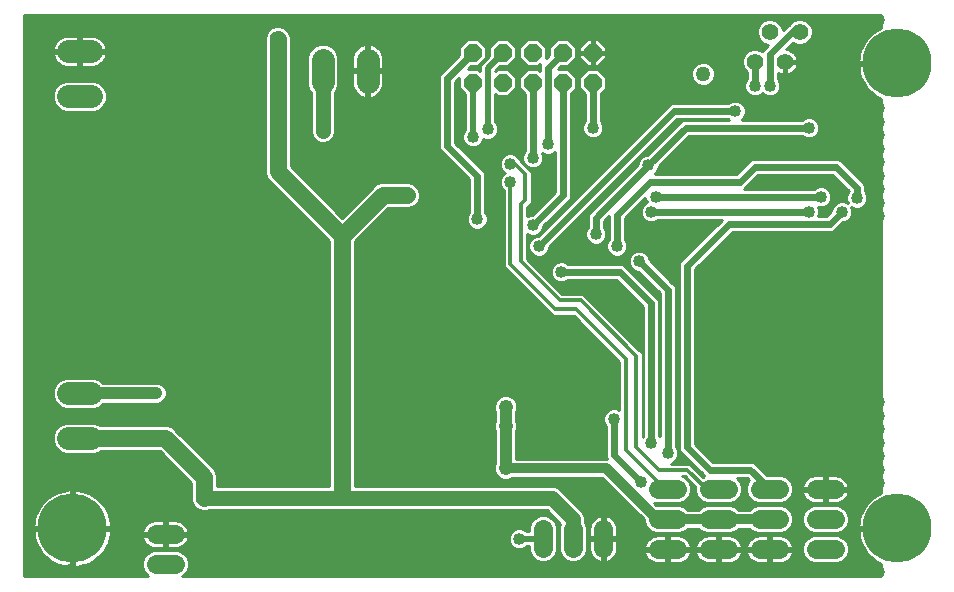
<source format=gbl>
G75*
G70*
%OFA0B0*%
%FSLAX24Y24*%
%IPPOS*%
%LPD*%
%AMOC8*
5,1,8,0,0,1.08239X$1,22.5*
%
%ADD10C,0.0750*%
%ADD11C,0.0640*%
%ADD12C,0.0634*%
%ADD13C,0.0560*%
%ADD14C,0.2300*%
%ADD15OC8,0.0600*%
%ADD16C,0.0476*%
%ADD17C,0.0400*%
%ADD18C,0.0240*%
%ADD19C,0.0400*%
%ADD20C,0.0320*%
%ADD21C,0.0160*%
%ADD22C,0.0200*%
%ADD23C,0.0560*%
%ADD24C,0.0500*%
%ADD25C,0.0100*%
%ADD26C,0.0500*%
%ADD27C,0.0120*%
D10*
X002905Y005839D02*
X003655Y005839D01*
X003655Y007339D02*
X002905Y007339D01*
X002905Y017239D02*
X003655Y017239D01*
X003655Y018739D02*
X002905Y018739D01*
X011380Y018464D02*
X011380Y017714D01*
X012880Y017714D02*
X012880Y018464D01*
D11*
X022560Y004139D02*
X023200Y004139D01*
X024260Y004139D02*
X024900Y004139D01*
X025960Y004139D02*
X026600Y004139D01*
X026600Y003139D02*
X025960Y003139D01*
X025960Y002139D02*
X026600Y002139D01*
X024900Y002139D02*
X024260Y002139D01*
X023200Y002139D02*
X022560Y002139D01*
X022560Y003139D02*
X023200Y003139D01*
X024260Y003139D02*
X024900Y003139D01*
D12*
X027813Y003139D02*
X028447Y003139D01*
X028447Y002139D02*
X027813Y002139D01*
X027813Y004139D02*
X028447Y004139D01*
X020730Y002805D02*
X020730Y002172D01*
X019730Y002172D02*
X019730Y002805D01*
X018730Y002805D02*
X018730Y002172D01*
X006447Y002639D02*
X005813Y002639D01*
X005813Y001639D02*
X006447Y001639D01*
D13*
X007430Y003839D03*
X007430Y004539D03*
X014180Y013939D03*
X009880Y017739D03*
X009880Y018439D03*
X009880Y019139D03*
X025780Y018389D03*
X026780Y018389D03*
X026280Y019389D03*
X027280Y019389D03*
D14*
X030530Y018339D03*
X030530Y002839D03*
X003030Y002839D03*
D15*
X016380Y017689D03*
X017380Y017689D03*
X018380Y017689D03*
X019380Y017689D03*
X020380Y017689D03*
X020380Y018689D03*
X019380Y018689D03*
X018380Y018689D03*
X017380Y018689D03*
X016380Y018689D03*
D16*
X017480Y006889D03*
X017480Y006239D03*
X017480Y004839D03*
D17*
X016030Y004889D03*
X013380Y004889D03*
X010880Y004889D03*
X009330Y005789D03*
X009530Y006789D03*
X007330Y006489D03*
X005830Y007339D03*
X007330Y007739D03*
X006580Y009489D03*
X006580Y009989D03*
X007080Y009989D03*
X007080Y010489D03*
X006580Y010489D03*
X006080Y010489D03*
X006080Y009989D03*
X006080Y009489D03*
X007580Y010489D03*
X009130Y010289D03*
X010580Y009789D03*
X013380Y007739D03*
X015980Y007739D03*
X018230Y006839D03*
X019080Y006939D03*
X019080Y007439D03*
X019680Y007439D03*
X019680Y006939D03*
X020980Y007839D03*
X019680Y007939D03*
X019680Y008439D03*
X019680Y008939D03*
X019030Y008939D03*
X019080Y008439D03*
X019080Y007939D03*
X018230Y009039D03*
X018530Y009589D03*
X019580Y010889D03*
X019330Y011389D03*
X018580Y012239D03*
X018380Y012939D03*
X016530Y013139D03*
X015930Y012389D03*
X015830Y010839D03*
X015280Y010739D03*
X014780Y010739D03*
X014280Y010739D03*
X013780Y010739D03*
X013780Y010139D03*
X014280Y010139D03*
X014780Y010139D03*
X015280Y010139D03*
X010880Y012339D03*
X007680Y012189D03*
X005680Y013189D03*
X004480Y013739D03*
X001580Y013789D03*
X001580Y014289D03*
X001580Y014789D03*
X001580Y015289D03*
X001580Y015789D03*
X001580Y016289D03*
X001580Y016789D03*
X001580Y017289D03*
X001580Y017789D03*
X001580Y018289D03*
X001580Y018789D03*
X001580Y019289D03*
X001580Y019789D03*
X002030Y019789D03*
X002480Y019789D03*
X002930Y019789D03*
X003380Y019789D03*
X003830Y019789D03*
X004280Y019789D03*
X004730Y019789D03*
X005180Y019789D03*
X005630Y019789D03*
X006080Y019789D03*
X006530Y019789D03*
X006980Y019789D03*
X007430Y019789D03*
X007880Y019789D03*
X008330Y019789D03*
X008780Y019789D03*
X009230Y019789D03*
X009680Y019789D03*
X010130Y019789D03*
X010580Y019789D03*
X011030Y019789D03*
X011480Y019789D03*
X011930Y019789D03*
X012380Y019789D03*
X012830Y019789D03*
X013280Y019789D03*
X013730Y019789D03*
X014180Y019789D03*
X014630Y019789D03*
X015080Y019789D03*
X015530Y019789D03*
X015980Y019789D03*
X016430Y019789D03*
X016880Y019789D03*
X017330Y019789D03*
X017780Y019789D03*
X018230Y019789D03*
X018680Y019789D03*
X019130Y019789D03*
X019580Y019789D03*
X020030Y019789D03*
X020480Y019789D03*
X020930Y019789D03*
X021380Y019789D03*
X021830Y019789D03*
X022280Y019789D03*
X022730Y019789D03*
X023180Y019789D03*
X023630Y019789D03*
X024080Y019789D03*
X024530Y019789D03*
X024980Y019789D03*
X025430Y019789D03*
X025880Y019789D03*
X026780Y019789D03*
X027680Y019789D03*
X028130Y019789D03*
X028580Y019789D03*
X029030Y019789D03*
X029480Y019789D03*
X029930Y019789D03*
X026830Y017589D03*
X026280Y017589D03*
X025780Y017589D03*
X025130Y016739D03*
X024630Y015039D03*
X022480Y013889D03*
X022330Y013389D03*
X021180Y012239D03*
X020480Y012639D03*
X021930Y011739D03*
X021130Y010889D03*
X017630Y014389D03*
X017630Y014989D03*
X017030Y015289D03*
X016380Y015889D03*
X016880Y016139D03*
X018380Y015189D03*
X018880Y015639D03*
X020380Y016189D03*
X021080Y015739D03*
X022230Y014939D03*
X021630Y017539D03*
X021630Y018889D03*
X027580Y016189D03*
X027980Y015789D03*
X029930Y015939D03*
X029930Y016389D03*
X029930Y016839D03*
X029930Y015489D03*
X029930Y015039D03*
X029930Y014589D03*
X029930Y014139D03*
X029930Y013689D03*
X029186Y013845D03*
X028580Y014039D03*
X027980Y013889D03*
X027580Y013389D03*
X028680Y013389D03*
X029930Y013239D03*
X029930Y007039D03*
X029930Y006589D03*
X029930Y006139D03*
X029930Y005689D03*
X029930Y005239D03*
X029930Y004789D03*
X029930Y004339D03*
X028980Y005189D03*
X026880Y006489D03*
X024680Y006489D03*
X022880Y005339D03*
X022330Y005689D03*
X021080Y006489D03*
X020730Y004289D03*
X021980Y004389D03*
X021680Y002489D03*
X021830Y001439D03*
X021380Y001439D03*
X020930Y001439D03*
X020480Y001439D03*
X020030Y001439D03*
X019580Y001439D03*
X019130Y001439D03*
X018680Y001439D03*
X018230Y001439D03*
X017780Y001439D03*
X017330Y001439D03*
X016880Y001439D03*
X016430Y001439D03*
X015980Y001439D03*
X015530Y001439D03*
X015080Y001439D03*
X014630Y001439D03*
X014180Y001439D03*
X013730Y001439D03*
X013280Y001439D03*
X012830Y001439D03*
X012380Y001439D03*
X011930Y001439D03*
X011480Y001439D03*
X011030Y001439D03*
X010580Y001439D03*
X010130Y001439D03*
X009680Y001439D03*
X009230Y001439D03*
X008780Y001439D03*
X010630Y002439D03*
X012680Y002439D03*
X008280Y004739D03*
X007930Y002689D03*
X005180Y001439D03*
X004730Y001439D03*
X004280Y001439D03*
X003830Y001439D03*
X003380Y001439D03*
X002930Y001439D03*
X002480Y001439D03*
X002030Y001439D03*
X001580Y001439D03*
X001580Y001889D03*
X001580Y002339D03*
X001580Y002789D03*
X001580Y003289D03*
X001580Y003789D03*
X001580Y004289D03*
X001580Y004789D03*
X001580Y005289D03*
X001580Y005789D03*
X001580Y006289D03*
X001580Y006789D03*
X001580Y007289D03*
X001580Y007789D03*
X001580Y008289D03*
X001580Y008789D03*
X001580Y009289D03*
X001580Y009789D03*
X001580Y010289D03*
X001580Y010789D03*
X001580Y011289D03*
X001580Y011789D03*
X001580Y012289D03*
X001580Y012789D03*
X001580Y013289D03*
X003330Y010239D03*
X003330Y008939D03*
X010830Y015139D03*
X011380Y016089D03*
X012330Y016139D03*
X011380Y016889D03*
X014480Y017489D03*
X014480Y016139D03*
X015230Y013839D03*
X014480Y018889D03*
X007730Y017889D03*
X005180Y019139D03*
X007580Y015439D03*
X017930Y002489D03*
X022280Y001439D03*
X022730Y001439D03*
X023180Y001439D03*
X023630Y001439D03*
X024080Y001439D03*
X024530Y001439D03*
X024980Y001439D03*
X025430Y001439D03*
X025880Y001439D03*
X026330Y001439D03*
X026780Y001439D03*
X027230Y001439D03*
X027680Y001439D03*
X028130Y001439D03*
X028580Y001439D03*
X029030Y001439D03*
X029480Y001439D03*
X029930Y001389D03*
D18*
X026280Y004139D02*
X025630Y004789D01*
X024280Y004789D01*
X023530Y005539D01*
X023530Y011589D01*
X024930Y012989D01*
X028280Y012989D01*
X028680Y013389D01*
X029186Y013845D02*
X029186Y014182D01*
X029180Y014189D02*
X028480Y014889D01*
X025780Y014889D01*
X025280Y014389D01*
X022280Y014389D01*
X021180Y013289D01*
X021180Y012239D01*
X020480Y012639D02*
X020480Y013189D01*
X022230Y014939D01*
X022305Y015014D01*
X023480Y016189D01*
X027580Y016189D01*
X026280Y017589D02*
X026280Y018639D01*
X027030Y019389D01*
X027280Y019389D01*
X025780Y018389D02*
X025780Y017589D01*
X025130Y016739D02*
X023080Y016739D01*
X018580Y012239D01*
X018380Y012939D02*
X019380Y013939D01*
X019380Y017689D01*
X018880Y018189D02*
X018880Y015639D01*
X018380Y015189D02*
X018380Y017689D01*
X018880Y018189D02*
X019380Y018689D01*
X020380Y017689D02*
X020380Y016189D01*
X022480Y013889D02*
X027980Y013889D01*
X027580Y013389D02*
X022330Y013389D01*
X021930Y011739D02*
X022880Y010789D01*
X022880Y005339D01*
X022330Y005689D02*
X022330Y010339D01*
X021280Y011389D01*
X019330Y011389D01*
X016530Y013139D02*
X016530Y014589D01*
X015530Y015589D01*
X015530Y017839D01*
X016380Y018689D01*
X021080Y006489D02*
X021080Y005289D01*
X021980Y004389D01*
D19*
X017480Y004839D02*
X017480Y006239D01*
X017480Y006889D01*
X012030Y004089D02*
X012030Y003839D01*
X005830Y007339D02*
X003280Y007339D01*
D20*
X017480Y004839D02*
X020830Y004839D01*
X022530Y003139D01*
X022880Y003139D01*
X024580Y003139D01*
X026280Y003139D01*
D21*
X020930Y004839D02*
X020830Y004839D01*
D22*
X018730Y002489D02*
X017930Y002489D01*
X029186Y014182D02*
X029180Y014189D01*
X017380Y018689D02*
X016880Y018189D01*
X016880Y016139D01*
X016380Y015889D02*
X016380Y017689D01*
D23*
X014180Y013939D02*
X013380Y013939D01*
X012030Y012589D01*
X012030Y004089D01*
X007430Y003839D02*
X007430Y004539D01*
X006130Y005839D01*
X003280Y005839D01*
X012030Y012589D02*
X009880Y014739D01*
X009880Y017739D01*
X009880Y019139D01*
D24*
X011380Y018089D02*
X011380Y016089D01*
X012030Y003839D02*
X007430Y003839D01*
X012030Y003839D02*
X019030Y003839D01*
X019730Y003139D01*
X019730Y002489D01*
D25*
X001430Y001238D02*
X001430Y019939D01*
X029980Y019939D01*
X029980Y019518D01*
X029974Y019515D01*
X029861Y019455D01*
X029755Y019384D01*
X029656Y019303D01*
X029566Y019213D01*
X029485Y019114D01*
X029414Y019008D01*
X029353Y018895D01*
X029305Y018777D01*
X029267Y018655D01*
X029243Y018529D01*
X029230Y018402D01*
X029230Y018388D01*
X029980Y018388D01*
X029980Y018289D01*
X029230Y018289D01*
X029230Y018275D01*
X029243Y018147D01*
X029267Y018022D01*
X029305Y017900D01*
X029353Y017782D01*
X029414Y017669D01*
X029485Y017563D01*
X029566Y017464D01*
X029656Y017374D01*
X029755Y017293D01*
X029861Y017222D01*
X029974Y017162D01*
X029980Y017159D01*
X029980Y004018D01*
X029974Y004015D01*
X029861Y003955D01*
X029755Y003884D01*
X029656Y003803D01*
X029566Y003713D01*
X029485Y003614D01*
X029414Y003508D01*
X029353Y003395D01*
X029305Y003277D01*
X029267Y003155D01*
X029243Y003029D01*
X029230Y002902D01*
X029230Y002888D01*
X029980Y002888D01*
X029980Y002789D01*
X029230Y002789D01*
X029230Y002775D01*
X029243Y002647D01*
X029267Y002522D01*
X029305Y002400D01*
X029353Y002282D01*
X029414Y002169D01*
X029485Y002063D01*
X029566Y001964D01*
X029656Y001874D01*
X029755Y001793D01*
X029861Y001722D01*
X029974Y001662D01*
X029980Y001659D01*
X029980Y001238D01*
X006701Y001238D01*
X006711Y001243D01*
X006843Y001374D01*
X006914Y001546D01*
X006914Y001731D01*
X006843Y001903D01*
X006711Y002034D01*
X006540Y002105D01*
X005720Y002105D01*
X005549Y002034D01*
X005417Y001903D01*
X005346Y001731D01*
X005346Y001546D01*
X005417Y001374D01*
X005549Y001243D01*
X005559Y001238D01*
X001430Y001238D01*
X001430Y001286D02*
X005506Y001286D01*
X005413Y001384D02*
X001430Y001384D01*
X001430Y001483D02*
X005372Y001483D01*
X005346Y001581D02*
X003364Y001581D01*
X003346Y001576D02*
X003468Y001613D01*
X003586Y001662D01*
X003699Y001722D01*
X003805Y001793D01*
X003904Y001874D01*
X003994Y001964D01*
X004075Y002063D01*
X004146Y002169D01*
X004207Y002282D01*
X004255Y002400D01*
X004293Y002522D01*
X004317Y002647D01*
X004330Y002775D01*
X004330Y002789D01*
X003080Y002789D01*
X003080Y002888D01*
X004330Y002888D01*
X004330Y002902D01*
X004317Y003029D01*
X004293Y003155D01*
X004255Y003277D01*
X004207Y003395D01*
X004146Y003508D01*
X004075Y003614D01*
X003994Y003713D01*
X003904Y003803D01*
X003805Y003884D01*
X003699Y003955D01*
X003586Y004015D01*
X003468Y004064D01*
X003346Y004101D01*
X003221Y004126D01*
X003094Y004138D01*
X003080Y004138D01*
X003080Y002889D01*
X002980Y002889D01*
X002980Y004138D01*
X002966Y004138D01*
X002839Y004126D01*
X002714Y004101D01*
X002591Y004064D01*
X002474Y004015D01*
X002361Y003955D01*
X002255Y003884D01*
X002156Y003803D01*
X002066Y003713D01*
X001985Y003614D01*
X001914Y003508D01*
X001853Y003395D01*
X001805Y003277D01*
X001767Y003155D01*
X001743Y003029D01*
X001730Y002902D01*
X001730Y002888D01*
X002980Y002888D01*
X002980Y002789D01*
X001730Y002789D01*
X001730Y002775D01*
X001743Y002647D01*
X001767Y002522D01*
X001805Y002400D01*
X001853Y002282D01*
X001914Y002169D01*
X001985Y002063D01*
X002066Y001964D01*
X002156Y001874D01*
X002255Y001793D01*
X002361Y001722D01*
X002474Y001662D01*
X002591Y001613D01*
X002714Y001576D01*
X002839Y001551D01*
X002966Y001539D01*
X002980Y001539D01*
X002980Y002788D01*
X003080Y002788D01*
X003080Y001539D01*
X003094Y001539D01*
X003221Y001551D01*
X003346Y001576D01*
X003080Y001581D02*
X002980Y001581D01*
X002980Y001680D02*
X003080Y001680D01*
X003080Y001778D02*
X002980Y001778D01*
X002980Y001877D02*
X003080Y001877D01*
X003080Y001975D02*
X002980Y001975D01*
X002980Y002074D02*
X003080Y002074D01*
X003080Y002172D02*
X002980Y002172D01*
X002980Y002271D02*
X003080Y002271D01*
X003080Y002370D02*
X002980Y002370D01*
X002980Y002468D02*
X003080Y002468D01*
X003080Y002567D02*
X002980Y002567D01*
X002980Y002665D02*
X003080Y002665D01*
X003080Y002764D02*
X002980Y002764D01*
X002980Y002862D02*
X001430Y002862D01*
X001430Y002764D02*
X001731Y002764D01*
X001741Y002665D02*
X001430Y002665D01*
X001430Y002567D02*
X001759Y002567D01*
X001784Y002468D02*
X001430Y002468D01*
X001430Y002370D02*
X001817Y002370D01*
X001859Y002271D02*
X001430Y002271D01*
X001430Y002172D02*
X001912Y002172D01*
X001977Y002074D02*
X001430Y002074D01*
X001430Y001975D02*
X002057Y001975D01*
X002153Y001877D02*
X001430Y001877D01*
X001430Y001778D02*
X002277Y001778D01*
X002440Y001680D02*
X001430Y001680D01*
X001430Y001581D02*
X002696Y001581D01*
X003620Y001680D02*
X005346Y001680D01*
X005366Y001778D02*
X003783Y001778D01*
X003907Y001877D02*
X005407Y001877D01*
X005490Y001975D02*
X004003Y001975D01*
X004083Y002074D02*
X005645Y002074D01*
X005704Y002183D02*
X005776Y002172D01*
X006081Y002172D01*
X006081Y002590D01*
X005348Y002590D01*
X005358Y002529D01*
X005381Y002459D01*
X005414Y002394D01*
X005457Y002334D01*
X005509Y002282D01*
X005568Y002239D01*
X005634Y002206D01*
X005704Y002183D01*
X005771Y002172D02*
X004148Y002172D01*
X004201Y002271D02*
X005525Y002271D01*
X005431Y002370D02*
X004243Y002370D01*
X004276Y002468D02*
X005378Y002468D01*
X005352Y002567D02*
X004301Y002567D01*
X004319Y002665D02*
X006081Y002665D01*
X006081Y002687D02*
X006081Y002590D01*
X006178Y002590D01*
X006178Y002172D01*
X006484Y002172D01*
X006556Y002183D01*
X006626Y002206D01*
X006691Y002239D01*
X006751Y002282D01*
X006803Y002334D01*
X006846Y002394D01*
X006879Y002459D01*
X006902Y002529D01*
X006912Y002590D01*
X006179Y002590D01*
X006179Y002687D01*
X006912Y002687D01*
X006902Y002748D01*
X006879Y002818D01*
X006846Y002883D01*
X006803Y002943D01*
X006751Y002995D01*
X006691Y003038D01*
X006626Y003071D01*
X006556Y003094D01*
X006484Y003105D01*
X006178Y003105D01*
X006178Y002687D01*
X006081Y002687D01*
X005348Y002687D01*
X005358Y002748D01*
X005381Y002818D01*
X005414Y002883D01*
X005457Y002943D01*
X005509Y002995D01*
X005568Y003038D01*
X005634Y003071D01*
X005704Y003094D01*
X005776Y003105D01*
X006081Y003105D01*
X006081Y002687D01*
X006081Y002764D02*
X006178Y002764D01*
X006178Y002862D02*
X006081Y002862D01*
X006081Y002961D02*
X006178Y002961D01*
X006178Y003059D02*
X006081Y003059D01*
X005611Y003059D02*
X004312Y003059D01*
X004324Y002961D02*
X005475Y002961D01*
X005403Y002862D02*
X003080Y002862D01*
X003080Y002961D02*
X002980Y002961D01*
X002980Y003059D02*
X003080Y003059D01*
X003080Y003158D02*
X002980Y003158D01*
X002980Y003256D02*
X003080Y003256D01*
X003080Y003355D02*
X002980Y003355D01*
X002980Y003454D02*
X003080Y003454D01*
X003080Y003552D02*
X002980Y003552D01*
X002980Y003651D02*
X003080Y003651D01*
X003080Y003749D02*
X002980Y003749D01*
X002980Y003848D02*
X003080Y003848D01*
X003080Y003946D02*
X002980Y003946D01*
X002980Y004045D02*
X003080Y004045D01*
X003515Y004045D02*
X007000Y004045D01*
X007000Y004143D02*
X001430Y004143D01*
X001430Y004045D02*
X002545Y004045D01*
X002348Y003946D02*
X001430Y003946D01*
X001430Y003848D02*
X002211Y003848D01*
X002102Y003749D02*
X001430Y003749D01*
X001430Y003651D02*
X002015Y003651D01*
X001943Y003552D02*
X001430Y003552D01*
X001430Y003454D02*
X001885Y003454D01*
X001837Y003355D02*
X001430Y003355D01*
X001430Y003256D02*
X001798Y003256D01*
X001768Y003158D02*
X001430Y003158D01*
X001430Y003059D02*
X001748Y003059D01*
X001736Y002961D02*
X001430Y002961D01*
X001430Y004242D02*
X007000Y004242D01*
X007000Y004340D02*
X001430Y004340D01*
X001430Y004439D02*
X006921Y004439D01*
X007000Y004360D02*
X007000Y003753D01*
X007065Y003595D01*
X007186Y003474D01*
X007344Y003409D01*
X007516Y003409D01*
X007588Y003439D01*
X011950Y003439D01*
X018864Y003439D01*
X019305Y002998D01*
X019263Y002898D01*
X019263Y002079D01*
X019334Y001907D01*
X019466Y001776D01*
X019637Y001705D01*
X019823Y001705D01*
X019994Y001776D01*
X020126Y001907D01*
X020197Y002079D01*
X020197Y002898D01*
X020130Y003060D01*
X020130Y003218D01*
X020069Y003365D01*
X019957Y003478D01*
X019257Y004178D01*
X019110Y004238D01*
X018950Y004238D01*
X012460Y004238D01*
X012460Y012410D01*
X013558Y013509D01*
X014266Y013509D01*
X014424Y013574D01*
X014544Y013695D01*
X014610Y013853D01*
X014610Y014024D01*
X014544Y014182D01*
X014424Y014303D01*
X014266Y014368D01*
X013294Y014368D01*
X013136Y014303D01*
X013015Y014182D01*
X012030Y013197D01*
X010310Y014917D01*
X010310Y017824D01*
X010310Y018353D01*
X010310Y018524D01*
X010310Y019224D01*
X010244Y019382D01*
X010124Y019503D01*
X009966Y019568D01*
X009794Y019568D01*
X009636Y019503D01*
X009515Y019382D01*
X009450Y019224D01*
X009450Y018524D01*
X009450Y018353D01*
X009450Y017824D01*
X009450Y014653D01*
X009515Y014495D01*
X009636Y014374D01*
X011600Y012410D01*
X011600Y004238D01*
X007860Y004238D01*
X007860Y004624D01*
X007794Y004782D01*
X007674Y004903D01*
X006494Y006082D01*
X006374Y006203D01*
X006216Y006268D01*
X003967Y006268D01*
X003952Y006284D01*
X003759Y006363D01*
X002801Y006363D01*
X002608Y006284D01*
X002460Y006136D01*
X002380Y005943D01*
X002380Y005734D01*
X002460Y005541D01*
X002608Y005393D01*
X002801Y005314D01*
X003759Y005314D01*
X003952Y005393D01*
X003967Y005409D01*
X005952Y005409D01*
X007000Y004360D01*
X006823Y004538D02*
X001430Y004538D01*
X001430Y004636D02*
X006724Y004636D01*
X006626Y004735D02*
X001430Y004735D01*
X001430Y004833D02*
X006527Y004833D01*
X006429Y004932D02*
X001430Y004932D01*
X001430Y005030D02*
X006330Y005030D01*
X006232Y005129D02*
X001430Y005129D01*
X001430Y005227D02*
X006133Y005227D01*
X006035Y005326D02*
X003789Y005326D01*
X002771Y005326D02*
X001430Y005326D01*
X001430Y005424D02*
X002577Y005424D01*
X002478Y005523D02*
X001430Y005523D01*
X001430Y005621D02*
X002427Y005621D01*
X002386Y005720D02*
X001430Y005720D01*
X001430Y005819D02*
X002380Y005819D01*
X002380Y005917D02*
X001430Y005917D01*
X001430Y006016D02*
X002410Y006016D01*
X002451Y006114D02*
X001430Y006114D01*
X001430Y006213D02*
X002537Y006213D01*
X002675Y006311D02*
X001430Y006311D01*
X001430Y006410D02*
X011600Y006410D01*
X011600Y006508D02*
X001430Y006508D01*
X001430Y006607D02*
X011600Y006607D01*
X011600Y006705D02*
X001430Y006705D01*
X001430Y006804D02*
X011600Y006804D01*
X011600Y006903D02*
X003961Y006903D01*
X003952Y006893D02*
X004047Y006989D01*
X005900Y006989D01*
X006028Y007042D01*
X006127Y007140D01*
X006180Y007269D01*
X006180Y007408D01*
X006127Y007537D01*
X006028Y007635D01*
X005900Y007688D01*
X004047Y007688D01*
X003952Y007784D01*
X003759Y007863D01*
X002801Y007863D01*
X002608Y007784D01*
X002460Y007636D01*
X002380Y007443D01*
X002380Y007234D01*
X002460Y007041D01*
X002608Y006893D01*
X002801Y006814D01*
X003759Y006814D01*
X003952Y006893D01*
X003885Y006311D02*
X011600Y006311D01*
X011600Y006213D02*
X006350Y006213D01*
X006462Y006114D02*
X011600Y006114D01*
X011600Y006016D02*
X006561Y006016D01*
X006659Y005917D02*
X011600Y005917D01*
X011600Y005819D02*
X006758Y005819D01*
X006856Y005720D02*
X011600Y005720D01*
X011600Y005621D02*
X006955Y005621D01*
X007054Y005523D02*
X011600Y005523D01*
X011600Y005424D02*
X007152Y005424D01*
X007251Y005326D02*
X011600Y005326D01*
X011600Y005227D02*
X007349Y005227D01*
X007448Y005129D02*
X011600Y005129D01*
X011600Y005030D02*
X007546Y005030D01*
X007645Y004932D02*
X011600Y004932D01*
X011600Y004833D02*
X007743Y004833D01*
X007814Y004735D02*
X011600Y004735D01*
X011600Y004636D02*
X007855Y004636D01*
X007860Y004538D02*
X011600Y004538D01*
X011600Y004439D02*
X007860Y004439D01*
X007860Y004340D02*
X011600Y004340D01*
X011600Y004242D02*
X007860Y004242D01*
X007000Y003946D02*
X003712Y003946D01*
X003849Y003848D02*
X007000Y003848D01*
X007002Y003749D02*
X003958Y003749D01*
X004045Y003651D02*
X007042Y003651D01*
X007108Y003552D02*
X004117Y003552D01*
X004175Y003454D02*
X007236Y003454D01*
X006649Y003059D02*
X018330Y003059D01*
X018334Y003070D02*
X018263Y002898D01*
X018263Y002738D01*
X018175Y002738D01*
X018128Y002785D01*
X018000Y002838D01*
X017860Y002838D01*
X017732Y002785D01*
X017633Y002687D01*
X017580Y002558D01*
X017580Y002419D01*
X017633Y002290D01*
X017732Y002192D01*
X017860Y002139D01*
X018000Y002139D01*
X018128Y002192D01*
X018175Y002239D01*
X018263Y002239D01*
X018263Y002079D01*
X018334Y001907D01*
X018466Y001776D01*
X018637Y001705D01*
X018823Y001705D01*
X018994Y001776D01*
X019126Y001907D01*
X019197Y002079D01*
X019197Y002898D01*
X019126Y003070D01*
X018994Y003201D01*
X018823Y003272D01*
X018637Y003272D01*
X018466Y003201D01*
X018334Y003070D01*
X018289Y002961D02*
X006785Y002961D01*
X006857Y002862D02*
X018263Y002862D01*
X018263Y002764D02*
X018150Y002764D01*
X017710Y002764D02*
X006897Y002764D01*
X006908Y002567D02*
X017584Y002567D01*
X017580Y002468D02*
X006882Y002468D01*
X006828Y002370D02*
X017600Y002370D01*
X017652Y002271D02*
X006735Y002271D01*
X006615Y002074D02*
X018265Y002074D01*
X018263Y002172D02*
X018082Y002172D01*
X018306Y001975D02*
X006770Y001975D01*
X006853Y001877D02*
X018365Y001877D01*
X018463Y001778D02*
X006894Y001778D01*
X006914Y001680D02*
X022452Y001680D01*
X022450Y001680D02*
X022523Y001669D01*
X022830Y001669D01*
X022830Y002088D01*
X022930Y002088D01*
X022930Y001669D01*
X023237Y001669D01*
X023310Y001680D01*
X023380Y001703D01*
X023446Y001737D01*
X023506Y001780D01*
X023558Y001832D01*
X023602Y001892D01*
X023636Y001958D01*
X023658Y002028D01*
X023668Y002089D01*
X022930Y002089D01*
X022930Y002188D01*
X023668Y002188D01*
X023658Y002249D01*
X023636Y002319D01*
X023602Y002385D01*
X023558Y002445D01*
X023506Y002497D01*
X023446Y002540D01*
X023380Y002574D01*
X023310Y002597D01*
X023237Y002608D01*
X022930Y002608D01*
X022930Y002189D01*
X022830Y002189D01*
X022830Y002608D01*
X022523Y002608D01*
X022450Y002597D01*
X022380Y002574D01*
X022314Y002540D01*
X022254Y002497D01*
X022201Y002445D01*
X022158Y002385D01*
X022124Y002319D01*
X022102Y002249D01*
X022092Y002188D01*
X022830Y002188D01*
X022830Y002089D01*
X022092Y002089D01*
X022102Y002028D01*
X022124Y001958D01*
X022158Y001892D01*
X022201Y001832D01*
X022254Y001780D01*
X022314Y001737D01*
X022380Y001703D01*
X022450Y001680D01*
X022256Y001778D02*
X020983Y001778D01*
X020975Y001772D02*
X021034Y001816D01*
X021086Y001868D01*
X021129Y001927D01*
X021163Y001992D01*
X021185Y002062D01*
X021197Y002135D01*
X021197Y002440D01*
X020779Y002440D01*
X020779Y002537D01*
X021197Y002537D01*
X021197Y002842D01*
X021185Y002915D01*
X021163Y002985D01*
X021129Y003050D01*
X021086Y003109D01*
X021034Y003161D01*
X020975Y003205D01*
X020909Y003238D01*
X020839Y003261D01*
X020778Y003270D01*
X020778Y002537D01*
X020681Y002537D01*
X020681Y002440D01*
X020263Y002440D01*
X020263Y002135D01*
X020275Y002062D01*
X020297Y001992D01*
X020331Y001927D01*
X020374Y001868D01*
X020426Y001816D01*
X020485Y001772D01*
X020551Y001739D01*
X020621Y001716D01*
X020681Y001707D01*
X020681Y002440D01*
X020778Y002440D01*
X020778Y001707D01*
X020839Y001716D01*
X020909Y001739D01*
X020975Y001772D01*
X021093Y001877D02*
X022169Y001877D01*
X022119Y001975D02*
X021154Y001975D01*
X021187Y002074D02*
X022094Y002074D01*
X022109Y002271D02*
X021197Y002271D01*
X021197Y002172D02*
X022830Y002172D01*
X022830Y002074D02*
X022930Y002074D01*
X022930Y002172D02*
X024530Y002172D01*
X024530Y002188D02*
X024530Y002089D01*
X023792Y002089D01*
X023802Y002028D01*
X023824Y001958D01*
X023858Y001892D01*
X023901Y001832D01*
X023954Y001780D01*
X024014Y001737D01*
X024080Y001703D01*
X024150Y001680D01*
X024223Y001669D01*
X024530Y001669D01*
X024530Y002088D01*
X024630Y002088D01*
X024630Y001669D01*
X024937Y001669D01*
X025010Y001680D01*
X025080Y001703D01*
X025146Y001737D01*
X025206Y001780D01*
X025258Y001832D01*
X025302Y001892D01*
X025336Y001958D01*
X025358Y002028D01*
X025368Y002089D01*
X024630Y002089D01*
X024630Y002188D01*
X025368Y002188D01*
X025358Y002249D01*
X025336Y002319D01*
X025302Y002385D01*
X025258Y002445D01*
X025206Y002497D01*
X025146Y002540D01*
X025080Y002574D01*
X025010Y002597D01*
X024937Y002608D01*
X024630Y002608D01*
X024630Y002189D01*
X024530Y002189D01*
X024530Y002608D01*
X024223Y002608D01*
X024150Y002597D01*
X024080Y002574D01*
X024014Y002540D01*
X023954Y002497D01*
X023901Y002445D01*
X023858Y002385D01*
X023824Y002319D01*
X023802Y002249D01*
X023792Y002188D01*
X024530Y002188D01*
X024530Y002271D02*
X024630Y002271D01*
X024630Y002172D02*
X026230Y002172D01*
X026230Y002188D02*
X026230Y002089D01*
X025492Y002089D01*
X025502Y002028D01*
X025524Y001958D01*
X025558Y001892D01*
X025601Y001832D01*
X025654Y001780D01*
X025714Y001737D01*
X025780Y001703D01*
X025850Y001680D01*
X025923Y001669D01*
X026230Y001669D01*
X026230Y002088D01*
X026330Y002088D01*
X026330Y001669D01*
X026637Y001669D01*
X026710Y001680D01*
X026780Y001703D01*
X026846Y001737D01*
X026906Y001780D01*
X026958Y001832D01*
X027002Y001892D01*
X027036Y001958D01*
X027058Y002028D01*
X027068Y002089D01*
X026330Y002089D01*
X026330Y002188D01*
X027068Y002188D01*
X027058Y002249D01*
X027036Y002319D01*
X027002Y002385D01*
X026958Y002445D01*
X026906Y002497D01*
X026846Y002540D01*
X026780Y002574D01*
X026710Y002597D01*
X026637Y002608D01*
X026330Y002608D01*
X026330Y002189D01*
X026230Y002189D01*
X026230Y002608D01*
X025923Y002608D01*
X025850Y002597D01*
X025780Y002574D01*
X025714Y002540D01*
X025654Y002497D01*
X025601Y002445D01*
X025558Y002385D01*
X025524Y002319D01*
X025502Y002249D01*
X025492Y002188D01*
X026230Y002188D01*
X026230Y002271D02*
X026330Y002271D01*
X026330Y002172D02*
X027346Y002172D01*
X027346Y002231D02*
X027346Y002046D01*
X027417Y001874D01*
X027549Y001743D01*
X027720Y001672D01*
X028540Y001672D01*
X028711Y001743D01*
X028843Y001874D01*
X028914Y002046D01*
X028914Y002231D01*
X028843Y002403D01*
X028711Y002534D01*
X028540Y002605D01*
X027720Y002605D01*
X027549Y002534D01*
X027417Y002403D01*
X027346Y002231D01*
X027363Y002271D02*
X027051Y002271D01*
X027010Y002370D02*
X027404Y002370D01*
X027483Y002468D02*
X026935Y002468D01*
X026795Y002567D02*
X027627Y002567D01*
X027720Y002672D02*
X028540Y002672D01*
X028711Y002743D01*
X028843Y002874D01*
X028914Y003046D01*
X028914Y003231D01*
X028843Y003403D01*
X028711Y003534D01*
X028540Y003605D01*
X027720Y003605D01*
X027549Y003534D01*
X027417Y003403D01*
X027346Y003231D01*
X027346Y003046D01*
X027417Y002874D01*
X027549Y002743D01*
X027720Y002672D01*
X027528Y002764D02*
X026890Y002764D01*
X026866Y002740D02*
X026998Y002872D01*
X027070Y003045D01*
X027070Y003232D01*
X026998Y003405D01*
X026866Y003537D01*
X026693Y003608D01*
X025866Y003608D01*
X025694Y003537D01*
X025605Y003448D01*
X025255Y003448D01*
X025166Y003537D01*
X024993Y003608D01*
X024166Y003608D01*
X023994Y003537D01*
X023905Y003448D01*
X023555Y003448D01*
X023466Y003537D01*
X023293Y003608D01*
X022498Y003608D01*
X022418Y003688D01*
X022466Y003669D01*
X023293Y003669D01*
X023466Y003740D01*
X023598Y003872D01*
X023670Y004045D01*
X023670Y004232D01*
X023598Y004405D01*
X023466Y004537D01*
X023366Y004579D01*
X023443Y004579D01*
X023790Y004232D01*
X023790Y004045D01*
X023862Y003872D01*
X023994Y003740D01*
X024166Y003669D01*
X024993Y003669D01*
X025166Y003740D01*
X025298Y003872D01*
X025370Y004045D01*
X025370Y004232D01*
X025298Y004405D01*
X025185Y004519D01*
X025518Y004519D01*
X025597Y004440D01*
X025562Y004405D01*
X025490Y004232D01*
X025490Y004045D01*
X025562Y003872D01*
X025694Y003740D01*
X025866Y003669D01*
X026693Y003669D01*
X026866Y003740D01*
X026998Y003872D01*
X027070Y004045D01*
X027070Y004232D01*
X026998Y004405D01*
X026866Y004537D01*
X026693Y004608D01*
X026192Y004608D01*
X025783Y005017D01*
X025684Y005058D01*
X025576Y005058D01*
X024392Y005058D01*
X023800Y005650D01*
X023800Y011477D01*
X025042Y012719D01*
X028226Y012719D01*
X028334Y012719D01*
X028433Y012760D01*
X028712Y013039D01*
X028750Y013039D01*
X028878Y013092D01*
X028977Y013190D01*
X029030Y013319D01*
X029030Y013458D01*
X028994Y013546D01*
X029117Y013495D01*
X029256Y013495D01*
X029385Y013548D01*
X029483Y013647D01*
X029536Y013775D01*
X029536Y013914D01*
X029483Y014043D01*
X029456Y014070D01*
X029456Y014236D01*
X029415Y014335D01*
X029339Y014411D01*
X028709Y015041D01*
X028633Y015117D01*
X028534Y015158D01*
X025834Y015158D01*
X025726Y015158D01*
X025627Y015117D01*
X025168Y014658D01*
X022445Y014658D01*
X022527Y014740D01*
X022580Y014869D01*
X022580Y014907D01*
X023592Y015919D01*
X027355Y015919D01*
X027382Y015892D01*
X027510Y015839D01*
X027650Y015839D01*
X027778Y015892D01*
X027877Y015990D01*
X027930Y016119D01*
X027930Y016258D01*
X027877Y016387D01*
X027778Y016485D01*
X027650Y016538D01*
X027510Y016538D01*
X027382Y016485D01*
X027355Y016458D01*
X025345Y016458D01*
X025427Y016540D01*
X025480Y016669D01*
X025480Y016808D01*
X025427Y016937D01*
X025328Y017035D01*
X025200Y017088D01*
X025060Y017088D01*
X024932Y017035D01*
X024905Y017008D01*
X023134Y017008D01*
X023026Y017008D01*
X022927Y016967D01*
X018548Y012588D01*
X018510Y012588D01*
X018382Y012535D01*
X018283Y012437D01*
X018230Y012308D01*
X018230Y012169D01*
X018283Y012040D01*
X018382Y011942D01*
X018510Y011889D01*
X018650Y011889D01*
X018778Y011942D01*
X018877Y012040D01*
X018930Y012169D01*
X018930Y012207D01*
X023192Y016469D01*
X024905Y016469D01*
X024915Y016458D01*
X023534Y016458D01*
X023426Y016458D01*
X023327Y016417D01*
X022198Y015288D01*
X022160Y015288D01*
X022032Y015235D01*
X021933Y015137D01*
X021880Y015008D01*
X021880Y014970D01*
X020327Y013417D01*
X020251Y013341D01*
X020210Y013242D01*
X020210Y012863D01*
X020183Y012837D01*
X020130Y012708D01*
X020130Y012569D01*
X020183Y012440D01*
X020282Y012342D01*
X020410Y012289D01*
X020550Y012289D01*
X020678Y012342D01*
X020777Y012440D01*
X020830Y012569D01*
X020830Y012708D01*
X020777Y012837D01*
X020750Y012863D01*
X020750Y013077D01*
X020910Y013237D01*
X020910Y012463D01*
X020883Y012437D01*
X020830Y012308D01*
X020830Y012169D01*
X020883Y012040D01*
X020982Y011942D01*
X021110Y011889D01*
X021250Y011889D01*
X021378Y011942D01*
X021477Y012040D01*
X021530Y012169D01*
X021530Y012308D01*
X021477Y012437D01*
X021450Y012463D01*
X021450Y013177D01*
X022130Y013857D01*
X022130Y013819D01*
X022178Y013704D01*
X022132Y013685D01*
X022033Y013587D01*
X021980Y013458D01*
X021980Y013319D01*
X022033Y013190D01*
X022132Y013092D01*
X022260Y013039D01*
X022400Y013039D01*
X022528Y013092D01*
X022555Y013119D01*
X024678Y013119D01*
X023301Y011741D01*
X023260Y011642D01*
X023260Y011535D01*
X023260Y005592D01*
X023260Y005485D01*
X023301Y005386D01*
X024051Y004636D01*
X023979Y004636D01*
X024051Y004636D02*
X024104Y004583D01*
X024054Y004562D01*
X023617Y004998D01*
X023443Y004998D01*
X022974Y004998D01*
X023078Y005042D01*
X023177Y005140D01*
X023230Y005269D01*
X023230Y005408D01*
X023177Y005537D01*
X023150Y005563D01*
X023150Y010842D01*
X023109Y010941D01*
X023033Y011017D01*
X022280Y011770D01*
X022280Y011808D01*
X022227Y011937D01*
X022128Y012035D01*
X022000Y012088D01*
X021860Y012088D01*
X021732Y012035D01*
X021633Y011937D01*
X021580Y011808D01*
X021580Y011669D01*
X021633Y011540D01*
X021732Y011442D01*
X021860Y011389D01*
X021898Y011389D01*
X022610Y010677D01*
X022610Y005903D01*
X022600Y005913D01*
X022600Y010392D01*
X022559Y010491D01*
X022483Y010567D01*
X021433Y011617D01*
X021334Y011658D01*
X021226Y011658D01*
X019555Y011658D01*
X019528Y011685D01*
X019400Y011738D01*
X019260Y011738D01*
X019132Y011685D01*
X019033Y011587D01*
X018980Y011458D01*
X018980Y011319D01*
X019033Y011190D01*
X019132Y011092D01*
X019260Y011039D01*
X019400Y011039D01*
X019528Y011092D01*
X019555Y011119D01*
X021168Y011119D01*
X022060Y010227D01*
X022060Y005913D01*
X022040Y005893D01*
X022040Y008675D01*
X021917Y008798D01*
X020067Y010648D01*
X019893Y010648D01*
X019367Y010648D01*
X018190Y011825D01*
X018190Y012638D01*
X018310Y012589D01*
X018450Y012589D01*
X018578Y012642D01*
X018677Y012740D01*
X018730Y012869D01*
X018730Y012907D01*
X019609Y013786D01*
X019650Y013885D01*
X019650Y013992D01*
X019650Y017322D01*
X019830Y017502D01*
X019830Y017875D01*
X019566Y018138D01*
X019212Y018138D01*
X019312Y018239D01*
X019566Y018239D01*
X019830Y018502D01*
X019830Y018875D01*
X019566Y019138D01*
X019194Y019138D01*
X018930Y018875D01*
X018930Y018620D01*
X018830Y018520D01*
X018830Y018875D01*
X018566Y019138D01*
X018194Y019138D01*
X017930Y018875D01*
X017930Y018502D01*
X018194Y018239D01*
X018566Y018239D01*
X018638Y018310D01*
X018610Y018242D01*
X018610Y018095D01*
X018566Y018138D01*
X018194Y018138D01*
X017930Y017875D01*
X017930Y017502D01*
X018110Y017322D01*
X018110Y015413D01*
X018083Y015387D01*
X018030Y015258D01*
X018030Y015119D01*
X018083Y014990D01*
X018182Y014892D01*
X018310Y014839D01*
X018450Y014839D01*
X018578Y014892D01*
X018677Y014990D01*
X018730Y015119D01*
X018730Y015258D01*
X018698Y015335D01*
X018810Y015289D01*
X018950Y015289D01*
X019078Y015342D01*
X019110Y015374D01*
X019110Y014050D01*
X018348Y013288D01*
X018310Y013288D01*
X018190Y013239D01*
X018190Y013551D01*
X018340Y013701D01*
X018340Y013875D01*
X018340Y014725D01*
X018217Y014848D01*
X017961Y015105D01*
X017927Y015187D01*
X017828Y015285D01*
X017700Y015338D01*
X017560Y015338D01*
X017432Y015285D01*
X017333Y015187D01*
X017280Y015058D01*
X017280Y014919D01*
X017333Y014790D01*
X017432Y014692D01*
X017440Y014688D01*
X017432Y014685D01*
X017333Y014587D01*
X017280Y014458D01*
X017280Y014319D01*
X017333Y014190D01*
X017420Y014104D01*
X017420Y011551D01*
X017543Y011429D01*
X019043Y009929D01*
X019217Y009929D01*
X019743Y009929D01*
X021270Y008401D01*
X021270Y006789D01*
X021150Y006838D01*
X021010Y006838D01*
X020882Y006785D01*
X020783Y006687D01*
X020730Y006558D01*
X020730Y006419D01*
X020783Y006290D01*
X020810Y006264D01*
X020810Y005342D01*
X020810Y005235D01*
X020846Y005148D01*
X017830Y005148D01*
X017830Y006070D01*
X017868Y006161D01*
X017868Y006316D01*
X017830Y006407D01*
X017830Y006720D01*
X017868Y006811D01*
X017868Y006966D01*
X017809Y007108D01*
X017700Y007217D01*
X017557Y007276D01*
X017403Y007276D01*
X017260Y007217D01*
X017151Y007108D01*
X017092Y006966D01*
X017092Y006811D01*
X017130Y006720D01*
X017130Y006407D01*
X017092Y006316D01*
X017092Y006161D01*
X017130Y006070D01*
X017130Y005007D01*
X017092Y004916D01*
X017092Y004761D01*
X017151Y004619D01*
X017260Y004510D01*
X017403Y004451D01*
X017557Y004451D01*
X017700Y004510D01*
X017718Y004529D01*
X020702Y004529D01*
X022090Y003140D01*
X022090Y003045D01*
X022162Y002872D01*
X022294Y002740D01*
X022466Y002669D01*
X023293Y002669D01*
X023466Y002740D01*
X023555Y002829D01*
X023905Y002829D01*
X023994Y002740D01*
X024166Y002669D01*
X024993Y002669D01*
X025166Y002740D01*
X025255Y002829D01*
X025605Y002829D01*
X025694Y002740D01*
X025866Y002669D01*
X026693Y002669D01*
X026866Y002740D01*
X026988Y002862D02*
X027429Y002862D01*
X027381Y002961D02*
X027035Y002961D01*
X027070Y003059D02*
X027346Y003059D01*
X027346Y003158D02*
X027070Y003158D01*
X027060Y003256D02*
X027357Y003256D01*
X027398Y003355D02*
X027019Y003355D01*
X026950Y003454D02*
X027468Y003454D01*
X027592Y003552D02*
X026830Y003552D01*
X026875Y003749D02*
X027555Y003749D01*
X027568Y003739D02*
X027634Y003706D01*
X027704Y003683D01*
X027776Y003672D01*
X028081Y003672D01*
X028081Y004090D01*
X027348Y004090D01*
X027358Y004029D01*
X027381Y003959D01*
X027414Y003894D01*
X027457Y003834D01*
X027509Y003782D01*
X027568Y003739D01*
X027447Y003848D02*
X026974Y003848D01*
X027029Y003946D02*
X027387Y003946D01*
X027355Y004045D02*
X027070Y004045D01*
X027070Y004143D02*
X028081Y004143D01*
X028081Y004187D02*
X028081Y004090D01*
X028178Y004090D01*
X028178Y003672D01*
X028484Y003672D01*
X028556Y003683D01*
X028626Y003706D01*
X028691Y003739D01*
X028751Y003782D01*
X028803Y003834D01*
X028846Y003894D01*
X028879Y003959D01*
X028902Y004029D01*
X028912Y004090D01*
X028179Y004090D01*
X028179Y004187D01*
X028912Y004187D01*
X028902Y004248D01*
X028879Y004318D01*
X028846Y004383D01*
X028803Y004443D01*
X028751Y004495D01*
X028691Y004538D01*
X028626Y004571D01*
X028556Y004594D01*
X028484Y004605D01*
X028178Y004605D01*
X028178Y004187D01*
X028081Y004187D01*
X027348Y004187D01*
X027358Y004248D01*
X027381Y004318D01*
X027414Y004383D01*
X027457Y004443D01*
X027509Y004495D01*
X027568Y004538D01*
X026865Y004538D01*
X026964Y004439D02*
X027454Y004439D01*
X027392Y004340D02*
X027025Y004340D01*
X027066Y004242D02*
X027357Y004242D01*
X027568Y004538D02*
X027634Y004571D01*
X027704Y004594D01*
X027776Y004605D01*
X028081Y004605D01*
X028081Y004187D01*
X028081Y004242D02*
X028178Y004242D01*
X028178Y004340D02*
X028081Y004340D01*
X028081Y004439D02*
X028178Y004439D01*
X028178Y004538D02*
X028081Y004538D01*
X028179Y004143D02*
X029980Y004143D01*
X029980Y004045D02*
X028905Y004045D01*
X028873Y003946D02*
X029848Y003946D01*
X029711Y003848D02*
X028813Y003848D01*
X028705Y003749D02*
X029602Y003749D01*
X029515Y003651D02*
X022456Y003651D01*
X021974Y003256D02*
X020852Y003256D01*
X020778Y003256D02*
X020681Y003256D01*
X020681Y003270D02*
X020621Y003261D01*
X020551Y003238D01*
X020485Y003205D01*
X020426Y003161D01*
X020374Y003109D01*
X020331Y003050D01*
X020297Y002985D01*
X020275Y002915D01*
X020263Y002842D01*
X020263Y002537D01*
X020681Y002537D01*
X020681Y003270D01*
X020608Y003256D02*
X020114Y003256D01*
X020130Y003158D02*
X020422Y003158D01*
X020338Y003059D02*
X020130Y003059D01*
X020171Y002961D02*
X020290Y002961D01*
X020266Y002862D02*
X020197Y002862D01*
X020197Y002764D02*
X020263Y002764D01*
X020263Y002665D02*
X020197Y002665D01*
X020197Y002567D02*
X020263Y002567D01*
X020197Y002468D02*
X020681Y002468D01*
X020779Y002468D02*
X022225Y002468D01*
X022150Y002370D02*
X021197Y002370D01*
X021197Y002567D02*
X022365Y002567D01*
X022270Y002764D02*
X021197Y002764D01*
X021194Y002862D02*
X022171Y002862D01*
X022125Y002961D02*
X021170Y002961D01*
X021122Y003059D02*
X022090Y003059D01*
X022072Y003158D02*
X021038Y003158D01*
X020778Y003158D02*
X020681Y003158D01*
X020681Y003059D02*
X020778Y003059D01*
X020778Y002961D02*
X020681Y002961D01*
X020681Y002862D02*
X020778Y002862D01*
X020778Y002764D02*
X020681Y002764D01*
X020681Y002665D02*
X020778Y002665D01*
X020778Y002567D02*
X020681Y002567D01*
X020681Y002370D02*
X020778Y002370D01*
X020778Y002271D02*
X020681Y002271D01*
X020681Y002172D02*
X020778Y002172D01*
X020778Y002074D02*
X020681Y002074D01*
X020681Y001975D02*
X020778Y001975D01*
X020778Y001877D02*
X020681Y001877D01*
X020681Y001778D02*
X020778Y001778D01*
X020477Y001778D02*
X019997Y001778D01*
X020095Y001877D02*
X020367Y001877D01*
X020306Y001975D02*
X020154Y001975D01*
X020195Y002074D02*
X020273Y002074D01*
X020263Y002172D02*
X020197Y002172D01*
X020197Y002271D02*
X020263Y002271D01*
X020263Y002370D02*
X020197Y002370D01*
X019263Y002370D02*
X019197Y002370D01*
X019197Y002468D02*
X019263Y002468D01*
X019263Y002567D02*
X019197Y002567D01*
X019197Y002665D02*
X019263Y002665D01*
X019263Y002764D02*
X019197Y002764D01*
X019197Y002862D02*
X019263Y002862D01*
X019289Y002961D02*
X019171Y002961D01*
X019130Y003059D02*
X019243Y003059D01*
X019145Y003158D02*
X019038Y003158D01*
X019046Y003256D02*
X018861Y003256D01*
X018948Y003355D02*
X004223Y003355D01*
X004262Y003256D02*
X018599Y003256D01*
X018422Y003158D02*
X004292Y003158D01*
X004329Y002764D02*
X005363Y002764D01*
X006081Y002567D02*
X006178Y002567D01*
X006179Y002665D02*
X017624Y002665D01*
X017778Y002172D02*
X006489Y002172D01*
X006178Y002172D02*
X006081Y002172D01*
X006081Y002271D02*
X006178Y002271D01*
X006178Y002370D02*
X006081Y002370D01*
X006081Y002468D02*
X006178Y002468D01*
X006914Y001581D02*
X029980Y001581D01*
X029980Y001483D02*
X006888Y001483D01*
X006847Y001384D02*
X029980Y001384D01*
X029980Y001286D02*
X006754Y001286D01*
X012460Y004242D02*
X020988Y004242D01*
X020890Y004340D02*
X012460Y004340D01*
X012460Y004439D02*
X020791Y004439D01*
X021087Y004143D02*
X019291Y004143D01*
X019389Y004045D02*
X021185Y004045D01*
X021284Y003946D02*
X019488Y003946D01*
X019586Y003848D02*
X021382Y003848D01*
X021481Y003749D02*
X019685Y003749D01*
X019784Y003651D02*
X021579Y003651D01*
X021678Y003552D02*
X019882Y003552D01*
X019981Y003454D02*
X021777Y003454D01*
X021875Y003355D02*
X020073Y003355D01*
X021197Y002665D02*
X029241Y002665D01*
X029231Y002764D02*
X028732Y002764D01*
X028831Y002862D02*
X029980Y002862D01*
X029236Y002961D02*
X028879Y002961D01*
X028914Y003059D02*
X029248Y003059D01*
X029268Y003158D02*
X028914Y003158D01*
X028903Y003256D02*
X029298Y003256D01*
X029337Y003355D02*
X028862Y003355D01*
X028792Y003454D02*
X029385Y003454D01*
X029443Y003552D02*
X028668Y003552D01*
X028178Y003749D02*
X028081Y003749D01*
X028081Y003848D02*
X028178Y003848D01*
X028178Y003946D02*
X028081Y003946D01*
X028081Y004045D02*
X028178Y004045D01*
X028806Y004439D02*
X029980Y004439D01*
X029980Y004538D02*
X028692Y004538D01*
X028868Y004340D02*
X029980Y004340D01*
X029980Y004242D02*
X028903Y004242D01*
X029980Y004636D02*
X026164Y004636D01*
X026066Y004735D02*
X029980Y004735D01*
X029980Y004833D02*
X025967Y004833D01*
X025869Y004932D02*
X029980Y004932D01*
X029980Y005030D02*
X025752Y005030D01*
X025596Y004439D02*
X025264Y004439D01*
X025325Y004340D02*
X025535Y004340D01*
X025494Y004242D02*
X025366Y004242D01*
X025370Y004143D02*
X025490Y004143D01*
X025490Y004045D02*
X025370Y004045D01*
X025329Y003946D02*
X025531Y003946D01*
X025586Y003848D02*
X025274Y003848D01*
X025175Y003749D02*
X025685Y003749D01*
X025730Y003552D02*
X025130Y003552D01*
X025250Y003454D02*
X025610Y003454D01*
X025670Y002764D02*
X025190Y002764D01*
X025095Y002567D02*
X025765Y002567D01*
X025625Y002468D02*
X025235Y002468D01*
X025310Y002370D02*
X025550Y002370D01*
X025509Y002271D02*
X025351Y002271D01*
X025366Y002074D02*
X025494Y002074D01*
X025519Y001975D02*
X025341Y001975D01*
X025291Y001877D02*
X025569Y001877D01*
X025656Y001778D02*
X025204Y001778D01*
X025008Y001680D02*
X025852Y001680D01*
X026230Y001680D02*
X026330Y001680D01*
X026330Y001778D02*
X026230Y001778D01*
X026230Y001877D02*
X026330Y001877D01*
X026330Y001975D02*
X026230Y001975D01*
X026230Y002074D02*
X026330Y002074D01*
X026330Y002370D02*
X026230Y002370D01*
X026230Y002468D02*
X026330Y002468D01*
X026330Y002567D02*
X026230Y002567D01*
X027066Y002074D02*
X027346Y002074D01*
X027375Y001975D02*
X027041Y001975D01*
X026991Y001877D02*
X027416Y001877D01*
X027513Y001778D02*
X026904Y001778D01*
X026708Y001680D02*
X027701Y001680D01*
X028559Y001680D02*
X029940Y001680D01*
X029777Y001778D02*
X028747Y001778D01*
X028844Y001877D02*
X029653Y001877D01*
X029557Y001975D02*
X028885Y001975D01*
X028914Y002074D02*
X029477Y002074D01*
X029412Y002172D02*
X028914Y002172D01*
X028897Y002271D02*
X029359Y002271D01*
X029317Y002370D02*
X028856Y002370D01*
X028777Y002468D02*
X029284Y002468D01*
X029259Y002567D02*
X028633Y002567D01*
X029980Y005129D02*
X024321Y005129D01*
X024223Y005227D02*
X029980Y005227D01*
X029980Y005326D02*
X024124Y005326D01*
X024026Y005424D02*
X029980Y005424D01*
X029980Y005523D02*
X023927Y005523D01*
X023829Y005621D02*
X029980Y005621D01*
X029980Y005720D02*
X023800Y005720D01*
X023800Y005819D02*
X029980Y005819D01*
X029980Y005917D02*
X023800Y005917D01*
X023800Y006016D02*
X029980Y006016D01*
X029980Y006114D02*
X023800Y006114D01*
X023800Y006213D02*
X029980Y006213D01*
X029980Y006311D02*
X023800Y006311D01*
X023800Y006410D02*
X029980Y006410D01*
X029980Y006508D02*
X023800Y006508D01*
X023800Y006607D02*
X029980Y006607D01*
X029980Y006705D02*
X023800Y006705D01*
X023800Y006804D02*
X029980Y006804D01*
X029980Y006903D02*
X023800Y006903D01*
X023800Y007001D02*
X029980Y007001D01*
X029980Y007100D02*
X023800Y007100D01*
X023800Y007198D02*
X029980Y007198D01*
X029980Y007297D02*
X023800Y007297D01*
X023800Y007395D02*
X029980Y007395D01*
X029980Y007494D02*
X023800Y007494D01*
X023800Y007592D02*
X029980Y007592D01*
X029980Y007691D02*
X023800Y007691D01*
X023800Y007789D02*
X029980Y007789D01*
X029980Y007888D02*
X023800Y007888D01*
X023800Y007987D02*
X029980Y007987D01*
X029980Y008085D02*
X023800Y008085D01*
X023800Y008184D02*
X029980Y008184D01*
X029980Y008282D02*
X023800Y008282D01*
X023800Y008381D02*
X029980Y008381D01*
X029980Y008479D02*
X023800Y008479D01*
X023800Y008578D02*
X029980Y008578D01*
X029980Y008676D02*
X023800Y008676D01*
X023800Y008775D02*
X029980Y008775D01*
X029980Y008873D02*
X023800Y008873D01*
X023800Y008972D02*
X029980Y008972D01*
X029980Y009071D02*
X023800Y009071D01*
X023800Y009169D02*
X029980Y009169D01*
X029980Y009268D02*
X023800Y009268D01*
X023800Y009366D02*
X029980Y009366D01*
X029980Y009465D02*
X023800Y009465D01*
X023800Y009563D02*
X029980Y009563D01*
X029980Y009662D02*
X023800Y009662D01*
X023800Y009760D02*
X029980Y009760D01*
X029980Y009859D02*
X023800Y009859D01*
X023800Y009957D02*
X029980Y009957D01*
X029980Y010056D02*
X023800Y010056D01*
X023800Y010154D02*
X029980Y010154D01*
X029980Y010253D02*
X023800Y010253D01*
X023800Y010352D02*
X029980Y010352D01*
X029980Y010450D02*
X023800Y010450D01*
X023800Y010549D02*
X029980Y010549D01*
X029980Y010647D02*
X023800Y010647D01*
X023800Y010746D02*
X029980Y010746D01*
X029980Y010844D02*
X023800Y010844D01*
X023800Y010943D02*
X029980Y010943D01*
X029980Y011041D02*
X023800Y011041D01*
X023800Y011140D02*
X029980Y011140D01*
X029980Y011238D02*
X023800Y011238D01*
X023800Y011337D02*
X029980Y011337D01*
X029980Y011436D02*
X023800Y011436D01*
X023857Y011534D02*
X029980Y011534D01*
X029980Y011633D02*
X023956Y011633D01*
X024054Y011731D02*
X029980Y011731D01*
X029980Y011830D02*
X024153Y011830D01*
X024252Y011928D02*
X029980Y011928D01*
X029980Y012027D02*
X024350Y012027D01*
X024449Y012125D02*
X029980Y012125D01*
X029980Y012224D02*
X024547Y012224D01*
X024646Y012322D02*
X029980Y012322D01*
X029980Y012421D02*
X024744Y012421D01*
X024843Y012520D02*
X029980Y012520D01*
X029980Y012618D02*
X024941Y012618D01*
X025040Y012717D02*
X029980Y012717D01*
X029980Y012815D02*
X028488Y012815D01*
X028587Y012914D02*
X029980Y012914D01*
X029980Y013012D02*
X028686Y013012D01*
X028897Y013111D02*
X029980Y013111D01*
X029980Y013209D02*
X028985Y013209D01*
X029025Y013308D02*
X029980Y013308D01*
X029980Y013406D02*
X029030Y013406D01*
X029011Y013505D02*
X029092Y013505D01*
X029280Y013505D02*
X029980Y013505D01*
X029980Y013604D02*
X029440Y013604D01*
X029506Y013702D02*
X029980Y013702D01*
X029980Y013801D02*
X029536Y013801D01*
X029536Y013899D02*
X029980Y013899D01*
X029980Y013998D02*
X029502Y013998D01*
X029456Y014096D02*
X029980Y014096D01*
X029980Y014195D02*
X029456Y014195D01*
X029432Y014293D02*
X029980Y014293D01*
X029980Y014392D02*
X029358Y014392D01*
X029339Y014411D02*
X029339Y014411D01*
X029260Y014490D02*
X029980Y014490D01*
X029980Y014589D02*
X029161Y014589D01*
X029063Y014687D02*
X029980Y014687D01*
X029980Y014786D02*
X028964Y014786D01*
X028866Y014885D02*
X029980Y014885D01*
X029980Y014983D02*
X028767Y014983D01*
X028669Y015082D02*
X029980Y015082D01*
X029980Y015180D02*
X022854Y015180D01*
X022952Y015279D02*
X029980Y015279D01*
X029980Y015377D02*
X023051Y015377D01*
X023149Y015476D02*
X029980Y015476D01*
X029980Y015574D02*
X023248Y015574D01*
X023346Y015673D02*
X029980Y015673D01*
X029980Y015771D02*
X023445Y015771D01*
X023543Y015870D02*
X027434Y015870D01*
X027726Y015870D02*
X029980Y015870D01*
X029980Y015969D02*
X027855Y015969D01*
X027909Y016067D02*
X029980Y016067D01*
X029980Y016166D02*
X027930Y016166D01*
X027927Y016264D02*
X029980Y016264D01*
X029980Y016363D02*
X027887Y016363D01*
X027802Y016461D02*
X029980Y016461D01*
X029980Y016560D02*
X025435Y016560D01*
X025476Y016658D02*
X029980Y016658D01*
X029980Y016757D02*
X025480Y016757D01*
X025460Y016855D02*
X029980Y016855D01*
X029980Y016954D02*
X025409Y016954D01*
X025286Y017053D02*
X029980Y017053D01*
X029980Y017151D02*
X020650Y017151D01*
X020650Y017053D02*
X024974Y017053D01*
X024912Y016461D02*
X023185Y016461D01*
X023272Y016363D02*
X023086Y016363D01*
X023174Y016264D02*
X022987Y016264D01*
X023075Y016166D02*
X022889Y016166D01*
X022977Y016067D02*
X022790Y016067D01*
X022878Y015969D02*
X022692Y015969D01*
X022780Y015870D02*
X022593Y015870D01*
X022681Y015771D02*
X022495Y015771D01*
X022583Y015673D02*
X022396Y015673D01*
X022484Y015574D02*
X022298Y015574D01*
X022386Y015476D02*
X022199Y015476D01*
X022287Y015377D02*
X022101Y015377D01*
X022137Y015279D02*
X022002Y015279D01*
X021977Y015180D02*
X021904Y015180D01*
X021910Y015082D02*
X021805Y015082D01*
X021880Y014983D02*
X021706Y014983D01*
X021794Y014885D02*
X021608Y014885D01*
X021696Y014786D02*
X021509Y014786D01*
X021597Y014687D02*
X021411Y014687D01*
X021499Y014589D02*
X021312Y014589D01*
X021400Y014490D02*
X021214Y014490D01*
X021302Y014392D02*
X021115Y014392D01*
X021203Y014293D02*
X021017Y014293D01*
X021104Y014195D02*
X020918Y014195D01*
X021006Y014096D02*
X020820Y014096D01*
X020907Y013998D02*
X020721Y013998D01*
X020809Y013899D02*
X020622Y013899D01*
X020710Y013801D02*
X020524Y013801D01*
X020612Y013702D02*
X020425Y013702D01*
X020513Y013604D02*
X020327Y013604D01*
X020415Y013505D02*
X020228Y013505D01*
X020316Y013406D02*
X020130Y013406D01*
X020031Y013308D02*
X020237Y013308D01*
X020210Y013209D02*
X019933Y013209D01*
X019834Y013111D02*
X020210Y013111D01*
X020210Y013012D02*
X019736Y013012D01*
X019637Y012914D02*
X020210Y012914D01*
X020174Y012815D02*
X019538Y012815D01*
X019440Y012717D02*
X020134Y012717D01*
X020130Y012618D02*
X019341Y012618D01*
X019243Y012520D02*
X020150Y012520D01*
X020203Y012421D02*
X019144Y012421D01*
X019046Y012322D02*
X020328Y012322D01*
X020632Y012322D02*
X020836Y012322D01*
X020830Y012224D02*
X018947Y012224D01*
X018912Y012125D02*
X020848Y012125D01*
X020897Y012027D02*
X018863Y012027D01*
X018746Y011928D02*
X021014Y011928D01*
X021346Y011928D02*
X021630Y011928D01*
X021589Y011830D02*
X018190Y011830D01*
X018190Y011928D02*
X018414Y011928D01*
X018297Y012027D02*
X018190Y012027D01*
X018190Y012125D02*
X018248Y012125D01*
X018230Y012224D02*
X018190Y012224D01*
X018190Y012322D02*
X018236Y012322D01*
X018277Y012421D02*
X018190Y012421D01*
X018190Y012520D02*
X018366Y012520D01*
X018239Y012618D02*
X018190Y012618D01*
X018521Y012618D02*
X018578Y012618D01*
X018653Y012717D02*
X018676Y012717D01*
X018708Y012815D02*
X018775Y012815D01*
X018737Y012914D02*
X018873Y012914D01*
X018836Y013012D02*
X018972Y013012D01*
X018934Y013111D02*
X019070Y013111D01*
X019033Y013209D02*
X019169Y013209D01*
X019131Y013308D02*
X019268Y013308D01*
X019230Y013406D02*
X019366Y013406D01*
X019328Y013505D02*
X019465Y013505D01*
X019427Y013604D02*
X019563Y013604D01*
X019525Y013702D02*
X019662Y013702D01*
X019615Y013801D02*
X019760Y013801D01*
X019859Y013899D02*
X019650Y013899D01*
X019650Y013998D02*
X019957Y013998D01*
X020056Y014096D02*
X019650Y014096D01*
X019650Y014195D02*
X020154Y014195D01*
X020253Y014293D02*
X019650Y014293D01*
X019650Y014392D02*
X020352Y014392D01*
X020450Y014490D02*
X019650Y014490D01*
X019650Y014589D02*
X020549Y014589D01*
X020647Y014687D02*
X019650Y014687D01*
X019650Y014786D02*
X020746Y014786D01*
X020844Y014885D02*
X019650Y014885D01*
X019650Y014983D02*
X020943Y014983D01*
X021041Y015082D02*
X019650Y015082D01*
X019650Y015180D02*
X021140Y015180D01*
X021238Y015279D02*
X019650Y015279D01*
X019650Y015377D02*
X021337Y015377D01*
X021436Y015476D02*
X019650Y015476D01*
X019650Y015574D02*
X021534Y015574D01*
X021633Y015673D02*
X019650Y015673D01*
X019650Y015771D02*
X021731Y015771D01*
X021830Y015870D02*
X020526Y015870D01*
X020578Y015892D02*
X020677Y015990D01*
X020730Y016119D01*
X020730Y016258D01*
X020677Y016387D01*
X020650Y016413D01*
X020650Y017322D01*
X020830Y017502D01*
X020830Y017875D01*
X020566Y018138D01*
X020194Y018138D01*
X019930Y017875D01*
X019930Y017502D01*
X020110Y017322D01*
X020110Y016413D01*
X020083Y016387D01*
X020030Y016258D01*
X020030Y016119D01*
X020083Y015990D01*
X020182Y015892D01*
X020310Y015839D01*
X020450Y015839D01*
X020578Y015892D01*
X020655Y015969D02*
X021928Y015969D01*
X022027Y016067D02*
X020709Y016067D01*
X020730Y016166D02*
X022125Y016166D01*
X022224Y016264D02*
X020727Y016264D01*
X020687Y016363D02*
X022322Y016363D01*
X022421Y016461D02*
X020650Y016461D01*
X020650Y016560D02*
X022519Y016560D01*
X022618Y016658D02*
X020650Y016658D01*
X020650Y016757D02*
X022717Y016757D01*
X022815Y016855D02*
X020650Y016855D01*
X020650Y016954D02*
X022914Y016954D01*
X023721Y017762D02*
X023833Y017649D01*
X023980Y017589D01*
X024140Y017589D01*
X024287Y017649D01*
X024399Y017762D01*
X024460Y017909D01*
X024460Y018068D01*
X024399Y018215D01*
X024287Y018328D01*
X024140Y018388D01*
X023980Y018388D01*
X023833Y018328D01*
X023721Y018215D01*
X023660Y018068D01*
X023660Y017909D01*
X023721Y017762D01*
X023740Y017742D02*
X020830Y017742D01*
X020830Y017644D02*
X023847Y017644D01*
X023688Y017841D02*
X020830Y017841D01*
X020765Y017939D02*
X023660Y017939D01*
X023660Y018038D02*
X020667Y018038D01*
X020568Y018136D02*
X023688Y018136D01*
X023741Y018235D02*
X019308Y018235D01*
X019568Y018136D02*
X020192Y018136D01*
X020194Y018239D02*
X020340Y018239D01*
X020340Y018648D01*
X020420Y018648D01*
X020420Y018239D01*
X020566Y018239D01*
X020830Y018502D01*
X020830Y018648D01*
X020420Y018648D01*
X020420Y018729D01*
X020340Y018729D01*
X020340Y019138D01*
X020194Y019138D01*
X019930Y018875D01*
X019930Y018729D01*
X020340Y018729D01*
X020340Y018648D01*
X019930Y018648D01*
X019930Y018502D01*
X020194Y018239D01*
X020099Y018334D02*
X019661Y018334D01*
X019760Y018432D02*
X020000Y018432D01*
X019930Y018531D02*
X019830Y018531D01*
X019830Y018629D02*
X019930Y018629D01*
X019830Y018728D02*
X020340Y018728D01*
X020420Y018729D02*
X020420Y019138D01*
X020566Y019138D01*
X020830Y018875D01*
X020830Y018729D01*
X020420Y018729D01*
X020420Y018728D02*
X025511Y018728D01*
X025536Y018753D02*
X025415Y018632D01*
X025350Y018474D01*
X025350Y018303D01*
X025415Y018145D01*
X025510Y018050D01*
X025510Y017813D01*
X025483Y017787D01*
X025430Y017658D01*
X025430Y017519D01*
X025483Y017390D01*
X025582Y017292D01*
X025710Y017239D01*
X025850Y017239D01*
X025978Y017292D01*
X026030Y017344D01*
X026082Y017292D01*
X026210Y017239D01*
X026350Y017239D01*
X026478Y017292D01*
X026577Y017390D01*
X026630Y017519D01*
X026630Y017658D01*
X026577Y017787D01*
X026550Y017813D01*
X026550Y018024D01*
X026555Y018021D01*
X026615Y017990D01*
X026679Y017969D01*
X026746Y017959D01*
X026750Y017959D01*
X026750Y018358D01*
X026810Y018358D01*
X026810Y017959D01*
X026814Y017959D01*
X026881Y017969D01*
X026945Y017990D01*
X027005Y018021D01*
X027060Y018061D01*
X027108Y018108D01*
X027148Y018163D01*
X027178Y018223D01*
X027199Y018288D01*
X027210Y018355D01*
X027210Y018358D01*
X026810Y018358D01*
X026810Y018419D01*
X027210Y018419D01*
X027210Y018422D01*
X027199Y018489D01*
X027178Y018554D01*
X027148Y018614D01*
X027108Y018669D01*
X027060Y018716D01*
X027005Y018756D01*
X026945Y018787D01*
X026881Y018808D01*
X026838Y018815D01*
X027044Y019021D01*
X027194Y018959D01*
X027366Y018959D01*
X027524Y019024D01*
X027644Y019145D01*
X027710Y019303D01*
X027710Y019474D01*
X027644Y019632D01*
X027524Y019753D01*
X027366Y019818D01*
X027194Y019818D01*
X027036Y019753D01*
X026918Y019634D01*
X026877Y019617D01*
X026710Y019450D01*
X026710Y019474D01*
X026644Y019632D01*
X026524Y019753D01*
X026366Y019818D01*
X026194Y019818D01*
X026036Y019753D01*
X025915Y019632D01*
X025850Y019474D01*
X025850Y019303D01*
X025915Y019145D01*
X026036Y019024D01*
X026194Y018959D01*
X026218Y018959D01*
X026127Y018867D01*
X026051Y018791D01*
X026032Y018745D01*
X026024Y018753D01*
X025866Y018818D01*
X025694Y018818D01*
X025536Y018753D01*
X025414Y018629D02*
X020830Y018629D01*
X020830Y018531D02*
X025374Y018531D01*
X025350Y018432D02*
X020760Y018432D01*
X020661Y018334D02*
X023848Y018334D01*
X024272Y018334D02*
X025350Y018334D01*
X025378Y018235D02*
X024379Y018235D01*
X024432Y018136D02*
X025424Y018136D01*
X025510Y018038D02*
X024460Y018038D01*
X024460Y017939D02*
X025510Y017939D01*
X025510Y017841D02*
X024432Y017841D01*
X024379Y017742D02*
X025465Y017742D01*
X025430Y017644D02*
X024273Y017644D01*
X025430Y017545D02*
X020830Y017545D01*
X020775Y017447D02*
X025460Y017447D01*
X025525Y017348D02*
X020676Y017348D01*
X020650Y017250D02*
X025684Y017250D01*
X025876Y017250D02*
X026184Y017250D01*
X026376Y017250D02*
X029820Y017250D01*
X029688Y017348D02*
X026535Y017348D01*
X026600Y017447D02*
X029583Y017447D01*
X029499Y017545D02*
X026630Y017545D01*
X026630Y017644D02*
X029431Y017644D01*
X029375Y017742D02*
X026595Y017742D01*
X026550Y017841D02*
X029329Y017841D01*
X029293Y017939D02*
X026550Y017939D01*
X026750Y018038D02*
X026810Y018038D01*
X026810Y018136D02*
X026750Y018136D01*
X026750Y018235D02*
X026810Y018235D01*
X026810Y018334D02*
X026750Y018334D01*
X027029Y018038D02*
X029264Y018038D01*
X029245Y018136D02*
X027128Y018136D01*
X027182Y018235D02*
X029234Y018235D01*
X029233Y018432D02*
X027208Y018432D01*
X027207Y018334D02*
X029980Y018334D01*
X029243Y018531D02*
X027186Y018531D01*
X027137Y018629D02*
X029262Y018629D01*
X029290Y018728D02*
X027045Y018728D01*
X026850Y018826D02*
X029325Y018826D01*
X029369Y018925D02*
X026948Y018925D01*
X027522Y019023D02*
X029424Y019023D01*
X029491Y019122D02*
X027621Y019122D01*
X027676Y019220D02*
X029574Y019220D01*
X029676Y019319D02*
X027710Y019319D01*
X027710Y019418D02*
X029805Y019418D01*
X029976Y019516D02*
X027693Y019516D01*
X027652Y019615D02*
X029980Y019615D01*
X029980Y019713D02*
X027563Y019713D01*
X027382Y019812D02*
X029980Y019812D01*
X029980Y019910D02*
X001430Y019910D01*
X001430Y019812D02*
X026178Y019812D01*
X026382Y019812D02*
X027178Y019812D01*
X026997Y019713D02*
X026563Y019713D01*
X026652Y019615D02*
X026874Y019615D01*
X026776Y019516D02*
X026693Y019516D01*
X025997Y019713D02*
X001430Y019713D01*
X001430Y019615D02*
X025908Y019615D01*
X025867Y019516D02*
X010092Y019516D01*
X010209Y019418D02*
X025850Y019418D01*
X025850Y019319D02*
X010271Y019319D01*
X010310Y019220D02*
X025884Y019220D01*
X025938Y019122D02*
X020583Y019122D01*
X020681Y019023D02*
X026038Y019023D01*
X026185Y018925D02*
X020780Y018925D01*
X020830Y018826D02*
X026086Y018826D01*
X025348Y016461D02*
X027358Y016461D01*
X025591Y015082D02*
X022755Y015082D01*
X022656Y014983D02*
X025493Y014983D01*
X025394Y014885D02*
X022580Y014885D01*
X022546Y014786D02*
X025296Y014786D01*
X025197Y014687D02*
X022474Y014687D01*
X022138Y013801D02*
X022074Y013801D01*
X022172Y013702D02*
X021975Y013702D01*
X022050Y013604D02*
X021877Y013604D01*
X021778Y013505D02*
X021999Y013505D01*
X021980Y013406D02*
X021680Y013406D01*
X021581Y013308D02*
X021985Y013308D01*
X022025Y013209D02*
X021483Y013209D01*
X021450Y013111D02*
X022113Y013111D01*
X022547Y013111D02*
X024671Y013111D01*
X024572Y013012D02*
X021450Y013012D01*
X021450Y012914D02*
X024473Y012914D01*
X024375Y012815D02*
X021450Y012815D01*
X021450Y012717D02*
X024276Y012717D01*
X024178Y012618D02*
X021450Y012618D01*
X021450Y012520D02*
X024079Y012520D01*
X023981Y012421D02*
X021483Y012421D01*
X021524Y012322D02*
X023882Y012322D01*
X023784Y012224D02*
X021530Y012224D01*
X021512Y012125D02*
X023685Y012125D01*
X023587Y012027D02*
X022137Y012027D01*
X022230Y011928D02*
X023488Y011928D01*
X023389Y011830D02*
X022271Y011830D01*
X022319Y011731D02*
X023297Y011731D01*
X023260Y011633D02*
X022418Y011633D01*
X022516Y011534D02*
X023260Y011534D01*
X023260Y011436D02*
X022615Y011436D01*
X022713Y011337D02*
X023260Y011337D01*
X023260Y011238D02*
X022812Y011238D01*
X022910Y011140D02*
X023260Y011140D01*
X023260Y011041D02*
X023009Y011041D01*
X023107Y010943D02*
X023260Y010943D01*
X023260Y010844D02*
X023149Y010844D01*
X023150Y010746D02*
X023260Y010746D01*
X023260Y010647D02*
X023150Y010647D01*
X023150Y010549D02*
X023260Y010549D01*
X023260Y010450D02*
X023150Y010450D01*
X023150Y010352D02*
X023260Y010352D01*
X023260Y010253D02*
X023150Y010253D01*
X023150Y010154D02*
X023260Y010154D01*
X023260Y010056D02*
X023150Y010056D01*
X023150Y009957D02*
X023260Y009957D01*
X023260Y009859D02*
X023150Y009859D01*
X023150Y009760D02*
X023260Y009760D01*
X023260Y009662D02*
X023150Y009662D01*
X023150Y009563D02*
X023260Y009563D01*
X023260Y009465D02*
X023150Y009465D01*
X023150Y009366D02*
X023260Y009366D01*
X023260Y009268D02*
X023150Y009268D01*
X023150Y009169D02*
X023260Y009169D01*
X023260Y009071D02*
X023150Y009071D01*
X023150Y008972D02*
X023260Y008972D01*
X023260Y008873D02*
X023150Y008873D01*
X023150Y008775D02*
X023260Y008775D01*
X023260Y008676D02*
X023150Y008676D01*
X023150Y008578D02*
X023260Y008578D01*
X023260Y008479D02*
X023150Y008479D01*
X023150Y008381D02*
X023260Y008381D01*
X023260Y008282D02*
X023150Y008282D01*
X023150Y008184D02*
X023260Y008184D01*
X023260Y008085D02*
X023150Y008085D01*
X023150Y007987D02*
X023260Y007987D01*
X023260Y007888D02*
X023150Y007888D01*
X023150Y007789D02*
X023260Y007789D01*
X023260Y007691D02*
X023150Y007691D01*
X023150Y007592D02*
X023260Y007592D01*
X023260Y007494D02*
X023150Y007494D01*
X023150Y007395D02*
X023260Y007395D01*
X023260Y007297D02*
X023150Y007297D01*
X023150Y007198D02*
X023260Y007198D01*
X023260Y007100D02*
X023150Y007100D01*
X023150Y007001D02*
X023260Y007001D01*
X023260Y006903D02*
X023150Y006903D01*
X023150Y006804D02*
X023260Y006804D01*
X023260Y006705D02*
X023150Y006705D01*
X023150Y006607D02*
X023260Y006607D01*
X023260Y006508D02*
X023150Y006508D01*
X023150Y006410D02*
X023260Y006410D01*
X023260Y006311D02*
X023150Y006311D01*
X023150Y006213D02*
X023260Y006213D01*
X023260Y006114D02*
X023150Y006114D01*
X023150Y006016D02*
X023260Y006016D01*
X023260Y005917D02*
X023150Y005917D01*
X023150Y005819D02*
X023260Y005819D01*
X023260Y005720D02*
X023150Y005720D01*
X023150Y005621D02*
X023260Y005621D01*
X023260Y005523D02*
X023182Y005523D01*
X023223Y005424D02*
X023285Y005424D01*
X023230Y005326D02*
X023361Y005326D01*
X023459Y005227D02*
X023213Y005227D01*
X023165Y005129D02*
X023558Y005129D01*
X023656Y005030D02*
X023050Y005030D01*
X023684Y004932D02*
X023755Y004932D01*
X023782Y004833D02*
X023854Y004833D01*
X023881Y004735D02*
X023952Y004735D01*
X023484Y004538D02*
X023465Y004538D01*
X023564Y004439D02*
X023583Y004439D01*
X023625Y004340D02*
X023681Y004340D01*
X023666Y004242D02*
X023780Y004242D01*
X023790Y004143D02*
X023670Y004143D01*
X023670Y004045D02*
X023790Y004045D01*
X023831Y003946D02*
X023629Y003946D01*
X023574Y003848D02*
X023886Y003848D01*
X023985Y003749D02*
X023475Y003749D01*
X023430Y003552D02*
X024030Y003552D01*
X023910Y003454D02*
X023550Y003454D01*
X024480Y004139D02*
X024580Y004139D01*
X023970Y002764D02*
X023490Y002764D01*
X023395Y002567D02*
X024065Y002567D01*
X023925Y002468D02*
X023535Y002468D01*
X023610Y002370D02*
X023850Y002370D01*
X023809Y002271D02*
X023651Y002271D01*
X023666Y002074D02*
X023794Y002074D01*
X023819Y001975D02*
X023641Y001975D01*
X023591Y001877D02*
X023869Y001877D01*
X023956Y001778D02*
X023504Y001778D01*
X023308Y001680D02*
X024152Y001680D01*
X024530Y001680D02*
X024630Y001680D01*
X024630Y001778D02*
X024530Y001778D01*
X024530Y001877D02*
X024630Y001877D01*
X024630Y001975D02*
X024530Y001975D01*
X024530Y002074D02*
X024630Y002074D01*
X024630Y002370D02*
X024530Y002370D01*
X024530Y002468D02*
X024630Y002468D01*
X024630Y002567D02*
X024530Y002567D01*
X022930Y002567D02*
X022830Y002567D01*
X022830Y002468D02*
X022930Y002468D01*
X022930Y002370D02*
X022830Y002370D01*
X022830Y002271D02*
X022930Y002271D01*
X022930Y001975D02*
X022830Y001975D01*
X022830Y001877D02*
X022930Y001877D01*
X022930Y001778D02*
X022830Y001778D01*
X022830Y001680D02*
X022930Y001680D01*
X019463Y001778D02*
X018997Y001778D01*
X019095Y001877D02*
X019365Y001877D01*
X019306Y001975D02*
X019154Y001975D01*
X019195Y002074D02*
X019265Y002074D01*
X019263Y002172D02*
X019197Y002172D01*
X019197Y002271D02*
X019263Y002271D01*
X017233Y004538D02*
X012460Y004538D01*
X012460Y004636D02*
X017144Y004636D01*
X017103Y004735D02*
X012460Y004735D01*
X012460Y004833D02*
X017092Y004833D01*
X017099Y004932D02*
X012460Y004932D01*
X012460Y005030D02*
X017130Y005030D01*
X017130Y005129D02*
X012460Y005129D01*
X012460Y005227D02*
X017130Y005227D01*
X017130Y005326D02*
X012460Y005326D01*
X012460Y005424D02*
X017130Y005424D01*
X017130Y005523D02*
X012460Y005523D01*
X012460Y005621D02*
X017130Y005621D01*
X017130Y005720D02*
X012460Y005720D01*
X012460Y005819D02*
X017130Y005819D01*
X017130Y005917D02*
X012460Y005917D01*
X012460Y006016D02*
X017130Y006016D01*
X017112Y006114D02*
X012460Y006114D01*
X012460Y006213D02*
X017092Y006213D01*
X017092Y006311D02*
X012460Y006311D01*
X012460Y006410D02*
X017130Y006410D01*
X017130Y006508D02*
X012460Y006508D01*
X012460Y006607D02*
X017130Y006607D01*
X017130Y006705D02*
X012460Y006705D01*
X012460Y006804D02*
X017095Y006804D01*
X017092Y006903D02*
X012460Y006903D01*
X012460Y007001D02*
X017107Y007001D01*
X017148Y007100D02*
X012460Y007100D01*
X012460Y007198D02*
X017241Y007198D01*
X017719Y007198D02*
X021270Y007198D01*
X021270Y007100D02*
X017812Y007100D01*
X017853Y007001D02*
X021270Y007001D01*
X021270Y006903D02*
X017868Y006903D01*
X017865Y006804D02*
X020927Y006804D01*
X020802Y006705D02*
X017830Y006705D01*
X017830Y006607D02*
X020750Y006607D01*
X020730Y006508D02*
X017830Y006508D01*
X017830Y006410D02*
X020734Y006410D01*
X020775Y006311D02*
X017868Y006311D01*
X017868Y006213D02*
X020810Y006213D01*
X020810Y006114D02*
X017848Y006114D01*
X017830Y006016D02*
X020810Y006016D01*
X020810Y005917D02*
X017830Y005917D01*
X017830Y005819D02*
X020810Y005819D01*
X020810Y005720D02*
X017830Y005720D01*
X017830Y005621D02*
X020810Y005621D01*
X020810Y005523D02*
X017830Y005523D01*
X017830Y005424D02*
X020810Y005424D01*
X020810Y005326D02*
X017830Y005326D01*
X017830Y005227D02*
X020813Y005227D01*
X022040Y005917D02*
X022060Y005917D01*
X022060Y006016D02*
X022040Y006016D01*
X022040Y006114D02*
X022060Y006114D01*
X022060Y006213D02*
X022040Y006213D01*
X022040Y006311D02*
X022060Y006311D01*
X022060Y006410D02*
X022040Y006410D01*
X022040Y006508D02*
X022060Y006508D01*
X022060Y006607D02*
X022040Y006607D01*
X022040Y006705D02*
X022060Y006705D01*
X022060Y006804D02*
X022040Y006804D01*
X022040Y006903D02*
X022060Y006903D01*
X022060Y007001D02*
X022040Y007001D01*
X022040Y007100D02*
X022060Y007100D01*
X022060Y007198D02*
X022040Y007198D01*
X022040Y007297D02*
X022060Y007297D01*
X022060Y007395D02*
X022040Y007395D01*
X022040Y007494D02*
X022060Y007494D01*
X022060Y007592D02*
X022040Y007592D01*
X022040Y007691D02*
X022060Y007691D01*
X022060Y007789D02*
X022040Y007789D01*
X022040Y007888D02*
X022060Y007888D01*
X022060Y007987D02*
X022040Y007987D01*
X022040Y008085D02*
X022060Y008085D01*
X022060Y008184D02*
X022040Y008184D01*
X022040Y008282D02*
X022060Y008282D01*
X022060Y008381D02*
X022040Y008381D01*
X022040Y008479D02*
X022060Y008479D01*
X022060Y008578D02*
X022040Y008578D01*
X022039Y008676D02*
X022060Y008676D01*
X022060Y008775D02*
X021941Y008775D01*
X021842Y008873D02*
X022060Y008873D01*
X022060Y008972D02*
X021743Y008972D01*
X021645Y009071D02*
X022060Y009071D01*
X022060Y009169D02*
X021546Y009169D01*
X021448Y009268D02*
X022060Y009268D01*
X022060Y009366D02*
X021349Y009366D01*
X021251Y009465D02*
X022060Y009465D01*
X022060Y009563D02*
X021152Y009563D01*
X021054Y009662D02*
X022060Y009662D01*
X022060Y009760D02*
X020955Y009760D01*
X020857Y009859D02*
X022060Y009859D01*
X022060Y009957D02*
X020758Y009957D01*
X020659Y010056D02*
X022060Y010056D01*
X022060Y010154D02*
X020561Y010154D01*
X020462Y010253D02*
X022034Y010253D01*
X021935Y010352D02*
X020364Y010352D01*
X020265Y010450D02*
X021837Y010450D01*
X021738Y010549D02*
X020167Y010549D01*
X020068Y010647D02*
X021639Y010647D01*
X021541Y010746D02*
X019270Y010746D01*
X019171Y010844D02*
X021442Y010844D01*
X021344Y010943D02*
X019073Y010943D01*
X018974Y011041D02*
X019253Y011041D01*
X019407Y011041D02*
X021245Y011041D01*
X021615Y011436D02*
X021747Y011436D01*
X021713Y011337D02*
X021950Y011337D01*
X022048Y011238D02*
X021812Y011238D01*
X021910Y011140D02*
X022147Y011140D01*
X022245Y011041D02*
X022009Y011041D01*
X022107Y010943D02*
X022344Y010943D01*
X022442Y010844D02*
X022206Y010844D01*
X022305Y010746D02*
X022541Y010746D01*
X022610Y010647D02*
X022403Y010647D01*
X022502Y010549D02*
X022610Y010549D01*
X022610Y010450D02*
X022576Y010450D01*
X022600Y010352D02*
X022610Y010352D01*
X022600Y010253D02*
X022610Y010253D01*
X022600Y010154D02*
X022610Y010154D01*
X022600Y010056D02*
X022610Y010056D01*
X022600Y009957D02*
X022610Y009957D01*
X022600Y009859D02*
X022610Y009859D01*
X022600Y009760D02*
X022610Y009760D01*
X022600Y009662D02*
X022610Y009662D01*
X022600Y009563D02*
X022610Y009563D01*
X022600Y009465D02*
X022610Y009465D01*
X022600Y009366D02*
X022610Y009366D01*
X022600Y009268D02*
X022610Y009268D01*
X022600Y009169D02*
X022610Y009169D01*
X022600Y009071D02*
X022610Y009071D01*
X022600Y008972D02*
X022610Y008972D01*
X022600Y008873D02*
X022610Y008873D01*
X022600Y008775D02*
X022610Y008775D01*
X022600Y008676D02*
X022610Y008676D01*
X022600Y008578D02*
X022610Y008578D01*
X022600Y008479D02*
X022610Y008479D01*
X022600Y008381D02*
X022610Y008381D01*
X022600Y008282D02*
X022610Y008282D01*
X022600Y008184D02*
X022610Y008184D01*
X022600Y008085D02*
X022610Y008085D01*
X022600Y007987D02*
X022610Y007987D01*
X022600Y007888D02*
X022610Y007888D01*
X022600Y007789D02*
X022610Y007789D01*
X022600Y007691D02*
X022610Y007691D01*
X022600Y007592D02*
X022610Y007592D01*
X022600Y007494D02*
X022610Y007494D01*
X022600Y007395D02*
X022610Y007395D01*
X022600Y007297D02*
X022610Y007297D01*
X022600Y007198D02*
X022610Y007198D01*
X022600Y007100D02*
X022610Y007100D01*
X022600Y007001D02*
X022610Y007001D01*
X022600Y006903D02*
X022610Y006903D01*
X022600Y006804D02*
X022610Y006804D01*
X022600Y006705D02*
X022610Y006705D01*
X022600Y006607D02*
X022610Y006607D01*
X022600Y006508D02*
X022610Y006508D01*
X022600Y006410D02*
X022610Y006410D01*
X022600Y006311D02*
X022610Y006311D01*
X022600Y006213D02*
X022610Y006213D01*
X022600Y006114D02*
X022610Y006114D01*
X022600Y006016D02*
X022610Y006016D01*
X022600Y005917D02*
X022610Y005917D01*
X021270Y006804D02*
X021233Y006804D01*
X021270Y007297D02*
X012460Y007297D01*
X012460Y007395D02*
X021270Y007395D01*
X021270Y007494D02*
X012460Y007494D01*
X012460Y007592D02*
X021270Y007592D01*
X021270Y007691D02*
X012460Y007691D01*
X012460Y007789D02*
X021270Y007789D01*
X021270Y007888D02*
X012460Y007888D01*
X012460Y007987D02*
X021270Y007987D01*
X021270Y008085D02*
X012460Y008085D01*
X012460Y008184D02*
X021270Y008184D01*
X021270Y008282D02*
X012460Y008282D01*
X012460Y008381D02*
X021270Y008381D01*
X021192Y008479D02*
X012460Y008479D01*
X012460Y008578D02*
X021094Y008578D01*
X020995Y008676D02*
X012460Y008676D01*
X012460Y008775D02*
X020897Y008775D01*
X020798Y008873D02*
X012460Y008873D01*
X012460Y008972D02*
X020700Y008972D01*
X020601Y009071D02*
X012460Y009071D01*
X012460Y009169D02*
X020502Y009169D01*
X020404Y009268D02*
X012460Y009268D01*
X012460Y009366D02*
X020305Y009366D01*
X020207Y009465D02*
X012460Y009465D01*
X012460Y009563D02*
X020108Y009563D01*
X020010Y009662D02*
X012460Y009662D01*
X012460Y009760D02*
X019911Y009760D01*
X019813Y009859D02*
X012460Y009859D01*
X012460Y009957D02*
X019014Y009957D01*
X018916Y010056D02*
X012460Y010056D01*
X012460Y010154D02*
X018817Y010154D01*
X018718Y010253D02*
X012460Y010253D01*
X012460Y010352D02*
X018620Y010352D01*
X018521Y010450D02*
X012460Y010450D01*
X012460Y010549D02*
X018423Y010549D01*
X018324Y010647D02*
X012460Y010647D01*
X012460Y010746D02*
X018226Y010746D01*
X018127Y010844D02*
X012460Y010844D01*
X012460Y010943D02*
X018029Y010943D01*
X017930Y011041D02*
X012460Y011041D01*
X012460Y011140D02*
X017832Y011140D01*
X017733Y011238D02*
X012460Y011238D01*
X012460Y011337D02*
X017634Y011337D01*
X017536Y011436D02*
X012460Y011436D01*
X012460Y011534D02*
X017437Y011534D01*
X017420Y011633D02*
X012460Y011633D01*
X012460Y011731D02*
X017420Y011731D01*
X017420Y011830D02*
X012460Y011830D01*
X012460Y011928D02*
X017420Y011928D01*
X017420Y012027D02*
X012460Y012027D01*
X012460Y012125D02*
X017420Y012125D01*
X017420Y012224D02*
X012460Y012224D01*
X012460Y012322D02*
X017420Y012322D01*
X017420Y012421D02*
X012471Y012421D01*
X012569Y012520D02*
X017420Y012520D01*
X017420Y012618D02*
X012668Y012618D01*
X012766Y012717D02*
X017420Y012717D01*
X017420Y012815D02*
X016664Y012815D01*
X016600Y012789D02*
X016728Y012842D01*
X016827Y012940D01*
X016880Y013069D01*
X016880Y013208D01*
X016827Y013337D01*
X016800Y013363D01*
X016800Y014642D01*
X016759Y014741D01*
X016683Y014817D01*
X015800Y015700D01*
X015800Y017727D01*
X015930Y017857D01*
X015930Y017502D01*
X016130Y017302D01*
X016130Y016133D01*
X016083Y016087D01*
X016030Y015958D01*
X016030Y015819D01*
X016083Y015690D01*
X016182Y015592D01*
X016310Y015539D01*
X016450Y015539D01*
X016578Y015592D01*
X016677Y015690D01*
X016730Y015819D01*
X016730Y015822D01*
X016810Y015789D01*
X016950Y015789D01*
X017078Y015842D01*
X017177Y015940D01*
X017230Y016069D01*
X017230Y016208D01*
X017177Y016337D01*
X017130Y016383D01*
X017130Y017302D01*
X017194Y017239D01*
X017566Y017239D01*
X017830Y017502D01*
X017830Y017875D01*
X017566Y018138D01*
X017194Y018138D01*
X017130Y018075D01*
X017130Y018085D01*
X017283Y018239D01*
X017566Y018239D01*
X017830Y018502D01*
X017830Y018875D01*
X017566Y019138D01*
X017194Y019138D01*
X016930Y018875D01*
X016930Y018592D01*
X016738Y018400D01*
X016668Y018330D01*
X016630Y018238D01*
X016630Y018075D01*
X016566Y018138D01*
X016212Y018138D01*
X016312Y018239D01*
X016566Y018239D01*
X016830Y018502D01*
X016830Y018875D01*
X016566Y019138D01*
X016194Y019138D01*
X015930Y018875D01*
X015930Y018620D01*
X015301Y017991D01*
X015260Y017892D01*
X015260Y017785D01*
X015260Y015642D01*
X015260Y015535D01*
X015301Y015436D01*
X016260Y014477D01*
X016260Y013363D01*
X016233Y013337D01*
X016180Y013208D01*
X016180Y013069D01*
X016233Y012940D01*
X016332Y012842D01*
X016460Y012789D01*
X016600Y012789D01*
X016396Y012815D02*
X012865Y012815D01*
X012963Y012914D02*
X016260Y012914D01*
X016203Y013012D02*
X013062Y013012D01*
X013160Y013111D02*
X016180Y013111D01*
X016181Y013209D02*
X013259Y013209D01*
X013357Y013308D02*
X016221Y013308D01*
X016260Y013406D02*
X013456Y013406D01*
X013554Y013505D02*
X016260Y013505D01*
X016260Y013604D02*
X014453Y013604D01*
X014547Y013702D02*
X016260Y013702D01*
X016260Y013801D02*
X014588Y013801D01*
X014610Y013899D02*
X016260Y013899D01*
X016260Y013998D02*
X014610Y013998D01*
X014580Y014096D02*
X016260Y014096D01*
X016260Y014195D02*
X014532Y014195D01*
X014433Y014293D02*
X016260Y014293D01*
X016260Y014392D02*
X010835Y014392D01*
X010933Y014293D02*
X013127Y014293D01*
X013028Y014195D02*
X011032Y014195D01*
X011130Y014096D02*
X012930Y014096D01*
X012831Y013998D02*
X011229Y013998D01*
X011327Y013899D02*
X012733Y013899D01*
X012634Y013801D02*
X011426Y013801D01*
X011524Y013702D02*
X012536Y013702D01*
X012437Y013604D02*
X011623Y013604D01*
X011722Y013505D02*
X012338Y013505D01*
X012240Y013406D02*
X011820Y013406D01*
X011919Y013308D02*
X012141Y013308D01*
X012043Y013209D02*
X012017Y013209D01*
X011392Y012618D02*
X001430Y012618D01*
X001430Y012520D02*
X011491Y012520D01*
X011589Y012421D02*
X001430Y012421D01*
X001430Y012322D02*
X011600Y012322D01*
X011600Y012224D02*
X001430Y012224D01*
X001430Y012125D02*
X011600Y012125D01*
X011600Y012027D02*
X001430Y012027D01*
X001430Y011928D02*
X011600Y011928D01*
X011600Y011830D02*
X001430Y011830D01*
X001430Y011731D02*
X011600Y011731D01*
X011600Y011633D02*
X001430Y011633D01*
X001430Y011534D02*
X011600Y011534D01*
X011600Y011436D02*
X001430Y011436D01*
X001430Y011337D02*
X011600Y011337D01*
X011600Y011238D02*
X001430Y011238D01*
X001430Y011140D02*
X011600Y011140D01*
X011600Y011041D02*
X001430Y011041D01*
X001430Y010943D02*
X011600Y010943D01*
X011600Y010844D02*
X001430Y010844D01*
X001430Y010746D02*
X011600Y010746D01*
X011600Y010647D02*
X001430Y010647D01*
X001430Y010549D02*
X011600Y010549D01*
X011600Y010450D02*
X001430Y010450D01*
X001430Y010352D02*
X011600Y010352D01*
X011600Y010253D02*
X001430Y010253D01*
X001430Y010154D02*
X011600Y010154D01*
X011600Y010056D02*
X001430Y010056D01*
X001430Y009957D02*
X011600Y009957D01*
X011600Y009859D02*
X001430Y009859D01*
X001430Y009760D02*
X011600Y009760D01*
X011600Y009662D02*
X001430Y009662D01*
X001430Y009563D02*
X011600Y009563D01*
X011600Y009465D02*
X001430Y009465D01*
X001430Y009366D02*
X011600Y009366D01*
X011600Y009268D02*
X001430Y009268D01*
X001430Y009169D02*
X011600Y009169D01*
X011600Y009071D02*
X001430Y009071D01*
X001430Y008972D02*
X011600Y008972D01*
X011600Y008873D02*
X001430Y008873D01*
X001430Y008775D02*
X011600Y008775D01*
X011600Y008676D02*
X001430Y008676D01*
X001430Y008578D02*
X011600Y008578D01*
X011600Y008479D02*
X001430Y008479D01*
X001430Y008381D02*
X011600Y008381D01*
X011600Y008282D02*
X001430Y008282D01*
X001430Y008184D02*
X011600Y008184D01*
X011600Y008085D02*
X001430Y008085D01*
X001430Y007987D02*
X011600Y007987D01*
X011600Y007888D02*
X001430Y007888D01*
X001430Y007789D02*
X002622Y007789D01*
X002515Y007691D02*
X001430Y007691D01*
X001430Y007592D02*
X002442Y007592D01*
X002401Y007494D02*
X001430Y007494D01*
X001430Y007395D02*
X002380Y007395D01*
X002380Y007297D02*
X001430Y007297D01*
X001430Y007198D02*
X002395Y007198D01*
X002436Y007100D02*
X001430Y007100D01*
X001430Y007001D02*
X002500Y007001D01*
X002598Y006903D02*
X001430Y006903D01*
X003938Y007789D02*
X011600Y007789D01*
X011600Y007691D02*
X004045Y007691D01*
X005930Y007001D02*
X011600Y007001D01*
X011600Y007100D02*
X006086Y007100D01*
X006151Y007198D02*
X011600Y007198D01*
X011600Y007297D02*
X006180Y007297D01*
X006180Y007395D02*
X011600Y007395D01*
X011600Y007494D02*
X006144Y007494D01*
X006071Y007592D02*
X011600Y007592D01*
X018284Y011731D02*
X019243Y011731D01*
X019417Y011731D02*
X021580Y011731D01*
X021595Y011633D02*
X021396Y011633D01*
X021516Y011534D02*
X021639Y011534D01*
X021723Y012027D02*
X021463Y012027D01*
X020877Y012421D02*
X020757Y012421D01*
X020810Y012520D02*
X020910Y012520D01*
X020910Y012618D02*
X020830Y012618D01*
X020826Y012717D02*
X020910Y012717D01*
X020910Y012815D02*
X020786Y012815D01*
X020750Y012914D02*
X020910Y012914D01*
X020910Y013012D02*
X020750Y013012D01*
X020784Y013111D02*
X020910Y013111D01*
X020910Y013209D02*
X020883Y013209D01*
X019110Y014096D02*
X018340Y014096D01*
X018340Y013998D02*
X019057Y013998D01*
X018959Y013899D02*
X018340Y013899D01*
X018340Y013801D02*
X018860Y013801D01*
X018762Y013702D02*
X018340Y013702D01*
X018242Y013604D02*
X018663Y013604D01*
X018565Y013505D02*
X018190Y013505D01*
X018190Y013406D02*
X018466Y013406D01*
X018368Y013308D02*
X018190Y013308D01*
X017420Y013308D02*
X016839Y013308D01*
X016800Y013406D02*
X017420Y013406D01*
X017420Y013505D02*
X016800Y013505D01*
X016800Y013604D02*
X017420Y013604D01*
X017420Y013702D02*
X016800Y013702D01*
X016800Y013801D02*
X017420Y013801D01*
X017420Y013899D02*
X016800Y013899D01*
X016800Y013998D02*
X017420Y013998D01*
X017420Y014096D02*
X016800Y014096D01*
X016800Y014195D02*
X017331Y014195D01*
X017291Y014293D02*
X016800Y014293D01*
X016800Y014392D02*
X017280Y014392D01*
X017293Y014490D02*
X016800Y014490D01*
X016800Y014589D02*
X017335Y014589D01*
X017437Y014687D02*
X016781Y014687D01*
X016714Y014786D02*
X017337Y014786D01*
X017294Y014885D02*
X016616Y014885D01*
X016517Y014983D02*
X017280Y014983D01*
X017290Y015082D02*
X016419Y015082D01*
X016320Y015180D02*
X017331Y015180D01*
X017425Y015279D02*
X016222Y015279D01*
X016123Y015377D02*
X018079Y015377D01*
X018110Y015476D02*
X016024Y015476D01*
X015926Y015574D02*
X016224Y015574D01*
X016101Y015673D02*
X015827Y015673D01*
X015800Y015771D02*
X016050Y015771D01*
X016030Y015870D02*
X015800Y015870D01*
X015800Y015969D02*
X016034Y015969D01*
X016075Y016067D02*
X015800Y016067D01*
X015800Y016166D02*
X016130Y016166D01*
X016130Y016264D02*
X015800Y016264D01*
X015800Y016363D02*
X016130Y016363D01*
X016130Y016461D02*
X015800Y016461D01*
X015800Y016560D02*
X016130Y016560D01*
X016130Y016658D02*
X015800Y016658D01*
X015800Y016757D02*
X016130Y016757D01*
X016130Y016855D02*
X015800Y016855D01*
X015800Y016954D02*
X016130Y016954D01*
X016130Y017053D02*
X015800Y017053D01*
X015800Y017151D02*
X016130Y017151D01*
X016130Y017250D02*
X015800Y017250D01*
X015800Y017348D02*
X016084Y017348D01*
X015985Y017447D02*
X015800Y017447D01*
X015800Y017545D02*
X015930Y017545D01*
X015930Y017644D02*
X015800Y017644D01*
X015816Y017742D02*
X015930Y017742D01*
X015930Y017841D02*
X015914Y017841D01*
X015545Y018235D02*
X013405Y018235D01*
X013405Y018138D02*
X013405Y018505D01*
X013392Y018586D01*
X013366Y018665D01*
X013329Y018739D01*
X013280Y018806D01*
X013222Y018864D01*
X013155Y018912D01*
X013081Y018950D01*
X013003Y018976D01*
X012930Y018987D01*
X012930Y018139D01*
X012830Y018139D01*
X012830Y018987D01*
X012757Y018976D01*
X012678Y018950D01*
X012605Y018912D01*
X012538Y018864D01*
X012480Y018806D01*
X012431Y018739D01*
X012393Y018665D01*
X012368Y018586D01*
X012355Y018505D01*
X012355Y018138D01*
X012830Y018138D01*
X012830Y018039D01*
X012355Y018039D01*
X012355Y017672D01*
X012368Y017591D01*
X012393Y017512D01*
X012431Y017438D01*
X012480Y017371D01*
X012538Y017313D01*
X012605Y017264D01*
X012678Y017227D01*
X012757Y017201D01*
X012830Y017190D01*
X012830Y018038D01*
X012930Y018038D01*
X012930Y017190D01*
X013003Y017201D01*
X013081Y017227D01*
X013155Y017264D01*
X013222Y017313D01*
X013280Y017371D01*
X013329Y017438D01*
X013366Y017512D01*
X013392Y017591D01*
X013405Y017672D01*
X013405Y018039D01*
X012930Y018039D01*
X012930Y018138D01*
X013405Y018138D01*
X013405Y018038D02*
X015348Y018038D01*
X015280Y017939D02*
X013405Y017939D01*
X013405Y017841D02*
X015260Y017841D01*
X015260Y017742D02*
X013405Y017742D01*
X013400Y017644D02*
X015260Y017644D01*
X015260Y017545D02*
X013377Y017545D01*
X013333Y017447D02*
X015260Y017447D01*
X015260Y017348D02*
X013257Y017348D01*
X013126Y017250D02*
X015260Y017250D01*
X015260Y017151D02*
X011780Y017151D01*
X011780Y017053D02*
X015260Y017053D01*
X015260Y016954D02*
X011780Y016954D01*
X011780Y016855D02*
X015260Y016855D01*
X015260Y016757D02*
X011780Y016757D01*
X011780Y016658D02*
X015260Y016658D01*
X015260Y016560D02*
X011780Y016560D01*
X011780Y016461D02*
X015260Y016461D01*
X015260Y016363D02*
X011780Y016363D01*
X011780Y016264D02*
X015260Y016264D01*
X015260Y016166D02*
X011780Y016166D01*
X011780Y016067D02*
X015260Y016067D01*
X015260Y015969D02*
X011763Y015969D01*
X011780Y016009D02*
X011780Y017371D01*
X011825Y017416D01*
X011905Y017609D01*
X011905Y018568D01*
X011825Y018761D01*
X011677Y018909D01*
X011484Y018988D01*
X011276Y018988D01*
X011083Y018909D01*
X010935Y018761D01*
X010855Y018568D01*
X010855Y017609D01*
X010935Y017416D01*
X010980Y017371D01*
X010980Y016009D01*
X011041Y015862D01*
X011153Y015749D01*
X011300Y015689D01*
X011460Y015689D01*
X011607Y015749D01*
X011719Y015862D01*
X011780Y016009D01*
X011722Y015870D02*
X015260Y015870D01*
X015260Y015771D02*
X011629Y015771D01*
X011131Y015771D02*
X010310Y015771D01*
X010310Y015673D02*
X015260Y015673D01*
X015260Y015574D02*
X010310Y015574D01*
X010310Y015476D02*
X015284Y015476D01*
X015359Y015377D02*
X010310Y015377D01*
X010310Y015279D02*
X015458Y015279D01*
X015556Y015180D02*
X010310Y015180D01*
X010310Y015082D02*
X015655Y015082D01*
X015754Y014983D02*
X010310Y014983D01*
X010342Y014885D02*
X015852Y014885D01*
X015951Y014786D02*
X010441Y014786D01*
X010539Y014687D02*
X016049Y014687D01*
X016148Y014589D02*
X010638Y014589D01*
X010736Y014490D02*
X016246Y014490D01*
X016536Y015574D02*
X018110Y015574D01*
X018110Y015673D02*
X016659Y015673D01*
X016710Y015771D02*
X018110Y015771D01*
X018110Y015870D02*
X017106Y015870D01*
X017188Y015969D02*
X018110Y015969D01*
X018110Y016067D02*
X017229Y016067D01*
X017230Y016166D02*
X018110Y016166D01*
X018110Y016264D02*
X017207Y016264D01*
X017151Y016363D02*
X018110Y016363D01*
X018110Y016461D02*
X017130Y016461D01*
X017130Y016560D02*
X018110Y016560D01*
X018110Y016658D02*
X017130Y016658D01*
X017130Y016757D02*
X018110Y016757D01*
X018110Y016855D02*
X017130Y016855D01*
X017130Y016954D02*
X018110Y016954D01*
X018110Y017053D02*
X017130Y017053D01*
X017130Y017151D02*
X018110Y017151D01*
X018110Y017250D02*
X017577Y017250D01*
X017676Y017348D02*
X018084Y017348D01*
X017985Y017447D02*
X017775Y017447D01*
X017830Y017545D02*
X017930Y017545D01*
X017930Y017644D02*
X017830Y017644D01*
X017830Y017742D02*
X017930Y017742D01*
X017930Y017841D02*
X017830Y017841D01*
X017765Y017939D02*
X017995Y017939D01*
X018093Y018038D02*
X017667Y018038D01*
X017568Y018136D02*
X018192Y018136D01*
X018099Y018334D02*
X017661Y018334D01*
X017760Y018432D02*
X018000Y018432D01*
X017930Y018531D02*
X017830Y018531D01*
X017830Y018629D02*
X017930Y018629D01*
X017930Y018728D02*
X017830Y018728D01*
X017830Y018826D02*
X017930Y018826D01*
X017980Y018925D02*
X017780Y018925D01*
X017681Y019023D02*
X018079Y019023D01*
X018177Y019122D02*
X017583Y019122D01*
X017177Y019122D02*
X016583Y019122D01*
X016681Y019023D02*
X017079Y019023D01*
X016980Y018925D02*
X016780Y018925D01*
X016830Y018826D02*
X016930Y018826D01*
X016930Y018728D02*
X016830Y018728D01*
X016830Y018629D02*
X016930Y018629D01*
X016869Y018531D02*
X016830Y018531D01*
X016770Y018432D02*
X016760Y018432D01*
X016672Y018334D02*
X016661Y018334D01*
X016630Y018235D02*
X016308Y018235D01*
X016568Y018136D02*
X016630Y018136D01*
X017181Y018136D02*
X017192Y018136D01*
X017280Y018235D02*
X018610Y018235D01*
X018610Y018136D02*
X018568Y018136D01*
X018830Y018531D02*
X018840Y018531D01*
X018830Y018629D02*
X018930Y018629D01*
X018930Y018728D02*
X018830Y018728D01*
X018830Y018826D02*
X018930Y018826D01*
X018980Y018925D02*
X018780Y018925D01*
X018681Y019023D02*
X019079Y019023D01*
X019177Y019122D02*
X018583Y019122D01*
X019583Y019122D02*
X020177Y019122D01*
X020079Y019023D02*
X019681Y019023D01*
X019780Y018925D02*
X019980Y018925D01*
X019930Y018826D02*
X019830Y018826D01*
X020340Y018826D02*
X020420Y018826D01*
X020420Y018925D02*
X020340Y018925D01*
X020340Y019023D02*
X020420Y019023D01*
X020420Y019122D02*
X020340Y019122D01*
X020340Y018629D02*
X020420Y018629D01*
X020420Y018531D02*
X020340Y018531D01*
X020340Y018432D02*
X020420Y018432D01*
X020420Y018334D02*
X020340Y018334D01*
X020093Y018038D02*
X019667Y018038D01*
X019765Y017939D02*
X019995Y017939D01*
X019930Y017841D02*
X019830Y017841D01*
X019830Y017742D02*
X019930Y017742D01*
X019930Y017644D02*
X019830Y017644D01*
X019830Y017545D02*
X019930Y017545D01*
X019985Y017447D02*
X019775Y017447D01*
X019676Y017348D02*
X020084Y017348D01*
X020110Y017250D02*
X019650Y017250D01*
X019650Y017151D02*
X020110Y017151D01*
X020110Y017053D02*
X019650Y017053D01*
X019650Y016954D02*
X020110Y016954D01*
X020110Y016855D02*
X019650Y016855D01*
X019650Y016757D02*
X020110Y016757D01*
X020110Y016658D02*
X019650Y016658D01*
X019650Y016560D02*
X020110Y016560D01*
X020110Y016461D02*
X019650Y016461D01*
X019650Y016363D02*
X020073Y016363D01*
X020033Y016264D02*
X019650Y016264D01*
X019650Y016166D02*
X020030Y016166D01*
X020051Y016067D02*
X019650Y016067D01*
X019650Y015969D02*
X020105Y015969D01*
X020234Y015870D02*
X019650Y015870D01*
X019110Y015279D02*
X018721Y015279D01*
X018730Y015180D02*
X019110Y015180D01*
X019110Y015082D02*
X018715Y015082D01*
X018670Y014983D02*
X019110Y014983D01*
X019110Y014885D02*
X018561Y014885D01*
X018340Y014687D02*
X019110Y014687D01*
X019110Y014589D02*
X018340Y014589D01*
X018340Y014490D02*
X019110Y014490D01*
X019110Y014392D02*
X018340Y014392D01*
X018340Y014293D02*
X019110Y014293D01*
X019110Y014195D02*
X018340Y014195D01*
X018279Y014786D02*
X019110Y014786D01*
X018199Y014885D02*
X018181Y014885D01*
X018090Y014983D02*
X018082Y014983D01*
X018045Y015082D02*
X017984Y015082D01*
X018030Y015180D02*
X017929Y015180D01*
X017835Y015279D02*
X018039Y015279D01*
X017182Y017250D02*
X017130Y017250D01*
X015643Y018334D02*
X013405Y018334D01*
X013405Y018432D02*
X015742Y018432D01*
X015840Y018531D02*
X013401Y018531D01*
X013378Y018629D02*
X015930Y018629D01*
X015930Y018728D02*
X013335Y018728D01*
X013260Y018826D02*
X015930Y018826D01*
X015980Y018925D02*
X013131Y018925D01*
X012930Y018925D02*
X012830Y018925D01*
X012830Y018826D02*
X012930Y018826D01*
X012930Y018728D02*
X012830Y018728D01*
X012830Y018629D02*
X012930Y018629D01*
X012930Y018531D02*
X012830Y018531D01*
X012830Y018432D02*
X012930Y018432D01*
X012930Y018334D02*
X012830Y018334D01*
X012830Y018235D02*
X012930Y018235D01*
X012930Y018136D02*
X015446Y018136D01*
X016079Y019023D02*
X010310Y019023D01*
X010310Y018925D02*
X011122Y018925D01*
X011000Y018826D02*
X010310Y018826D01*
X010310Y018728D02*
X010921Y018728D01*
X010880Y018629D02*
X010310Y018629D01*
X010310Y018531D02*
X010855Y018531D01*
X010855Y018432D02*
X010310Y018432D01*
X010310Y018334D02*
X010855Y018334D01*
X010855Y018235D02*
X010310Y018235D01*
X010310Y018136D02*
X010855Y018136D01*
X010855Y018038D02*
X010310Y018038D01*
X010310Y017939D02*
X010855Y017939D01*
X010855Y017841D02*
X010310Y017841D01*
X010310Y017742D02*
X010855Y017742D01*
X010855Y017644D02*
X010310Y017644D01*
X010310Y017545D02*
X010881Y017545D01*
X010922Y017447D02*
X010310Y017447D01*
X010310Y017348D02*
X010980Y017348D01*
X010980Y017250D02*
X010310Y017250D01*
X010310Y017151D02*
X010980Y017151D01*
X010980Y017053D02*
X010310Y017053D01*
X010310Y016954D02*
X010980Y016954D01*
X010980Y016855D02*
X010310Y016855D01*
X010310Y016757D02*
X010980Y016757D01*
X010980Y016658D02*
X010310Y016658D01*
X010310Y016560D02*
X010980Y016560D01*
X010980Y016461D02*
X010310Y016461D01*
X010310Y016363D02*
X010980Y016363D01*
X010980Y016264D02*
X010310Y016264D01*
X010310Y016166D02*
X010980Y016166D01*
X010980Y016067D02*
X010310Y016067D01*
X010310Y015969D02*
X010997Y015969D01*
X011038Y015870D02*
X010310Y015870D01*
X009450Y015870D02*
X001430Y015870D01*
X001430Y015969D02*
X009450Y015969D01*
X009450Y016067D02*
X001430Y016067D01*
X001430Y016166D02*
X009450Y016166D01*
X009450Y016264D02*
X001430Y016264D01*
X001430Y016363D02*
X009450Y016363D01*
X009450Y016461D02*
X001430Y016461D01*
X001430Y016560D02*
X009450Y016560D01*
X009450Y016658D02*
X001430Y016658D01*
X001430Y016757D02*
X002696Y016757D01*
X002608Y016793D02*
X002801Y016714D01*
X003759Y016714D01*
X003952Y016793D01*
X004100Y016941D01*
X004180Y017134D01*
X004180Y017343D01*
X004100Y017536D01*
X003952Y017684D01*
X003759Y017763D01*
X002801Y017763D01*
X002608Y017684D01*
X002460Y017536D01*
X002380Y017343D01*
X002380Y017134D01*
X002460Y016941D01*
X002608Y016793D01*
X002546Y016855D02*
X001430Y016855D01*
X001430Y016954D02*
X002455Y016954D01*
X002414Y017053D02*
X001430Y017053D01*
X001430Y017151D02*
X002380Y017151D01*
X002380Y017250D02*
X001430Y017250D01*
X001430Y017348D02*
X002382Y017348D01*
X002423Y017447D02*
X001430Y017447D01*
X001430Y017545D02*
X002469Y017545D01*
X002568Y017644D02*
X001430Y017644D01*
X001430Y017742D02*
X002750Y017742D01*
X002864Y018214D02*
X003230Y018214D01*
X003230Y018688D01*
X003330Y018688D01*
X003330Y018214D01*
X003696Y018214D01*
X003778Y018226D01*
X003856Y018252D01*
X003930Y018289D01*
X003997Y018338D01*
X004055Y018396D01*
X004104Y018463D01*
X004141Y018537D01*
X004167Y018616D01*
X004179Y018689D01*
X003330Y018689D01*
X003330Y018788D01*
X004179Y018788D01*
X004167Y018861D01*
X004141Y018940D01*
X004104Y019014D01*
X004055Y019081D01*
X003997Y019139D01*
X003930Y019187D01*
X003856Y019225D01*
X003778Y019251D01*
X003696Y019263D01*
X003330Y019263D01*
X003330Y018789D01*
X003230Y018789D01*
X003230Y019263D01*
X002864Y019263D01*
X002782Y019251D01*
X002703Y019225D01*
X002630Y019187D01*
X002563Y019139D01*
X002505Y019081D01*
X002456Y019014D01*
X002418Y018940D01*
X002393Y018861D01*
X002381Y018788D01*
X003230Y018788D01*
X003230Y018689D01*
X002381Y018689D01*
X002393Y018616D01*
X002418Y018537D01*
X002456Y018463D01*
X002505Y018396D01*
X002563Y018338D01*
X002630Y018289D01*
X002703Y018252D01*
X002782Y018226D01*
X002864Y018214D01*
X002756Y018235D02*
X001430Y018235D01*
X001430Y018136D02*
X009450Y018136D01*
X009450Y018038D02*
X001430Y018038D01*
X001430Y017939D02*
X009450Y017939D01*
X009450Y017841D02*
X001430Y017841D01*
X001430Y018334D02*
X002569Y018334D01*
X002479Y018432D02*
X001430Y018432D01*
X001430Y018531D02*
X002422Y018531D01*
X002391Y018629D02*
X001430Y018629D01*
X001430Y018728D02*
X003230Y018728D01*
X003230Y018826D02*
X003330Y018826D01*
X003330Y018728D02*
X009450Y018728D01*
X009450Y018826D02*
X004173Y018826D01*
X004146Y018925D02*
X009450Y018925D01*
X009450Y019023D02*
X004097Y019023D01*
X004014Y019122D02*
X009450Y019122D01*
X009450Y019220D02*
X003865Y019220D01*
X003330Y019220D02*
X003230Y019220D01*
X003230Y019122D02*
X003330Y019122D01*
X003330Y019023D02*
X003230Y019023D01*
X003230Y018925D02*
X003330Y018925D01*
X003330Y018629D02*
X003230Y018629D01*
X003230Y018531D02*
X003330Y018531D01*
X003330Y018432D02*
X003230Y018432D01*
X003230Y018334D02*
X003330Y018334D01*
X003330Y018235D02*
X003230Y018235D01*
X003804Y018235D02*
X009450Y018235D01*
X009450Y018334D02*
X003991Y018334D01*
X004081Y018432D02*
X009450Y018432D01*
X009450Y018531D02*
X004138Y018531D01*
X004169Y018629D02*
X009450Y018629D01*
X010310Y019122D02*
X016177Y019122D01*
X012930Y018038D02*
X012830Y018038D01*
X012830Y018136D02*
X011905Y018136D01*
X011905Y018038D02*
X012355Y018038D01*
X012355Y017939D02*
X011905Y017939D01*
X011905Y017841D02*
X012355Y017841D01*
X012355Y017742D02*
X011905Y017742D01*
X011905Y017644D02*
X012359Y017644D01*
X012383Y017545D02*
X011879Y017545D01*
X011838Y017447D02*
X012427Y017447D01*
X012503Y017348D02*
X011780Y017348D01*
X011780Y017250D02*
X012634Y017250D01*
X012830Y017250D02*
X012930Y017250D01*
X012930Y017348D02*
X012830Y017348D01*
X012830Y017447D02*
X012930Y017447D01*
X012930Y017545D02*
X012830Y017545D01*
X012830Y017644D02*
X012930Y017644D01*
X012930Y017742D02*
X012830Y017742D01*
X012830Y017841D02*
X012930Y017841D01*
X012930Y017939D02*
X012830Y017939D01*
X012355Y018235D02*
X011905Y018235D01*
X011905Y018334D02*
X012355Y018334D01*
X012355Y018432D02*
X011905Y018432D01*
X011905Y018531D02*
X012359Y018531D01*
X012382Y018629D02*
X011880Y018629D01*
X011839Y018728D02*
X012425Y018728D01*
X012500Y018826D02*
X011760Y018826D01*
X011638Y018925D02*
X012629Y018925D01*
X009668Y019516D02*
X001430Y019516D01*
X001430Y019418D02*
X009551Y019418D01*
X009489Y019319D02*
X001430Y019319D01*
X001430Y019220D02*
X002695Y019220D01*
X002546Y019122D02*
X001430Y019122D01*
X001430Y019023D02*
X002463Y019023D01*
X002414Y018925D02*
X001430Y018925D01*
X001430Y018826D02*
X002387Y018826D01*
X003810Y017742D02*
X009450Y017742D01*
X009450Y017644D02*
X003992Y017644D01*
X004091Y017545D02*
X009450Y017545D01*
X009450Y017447D02*
X004137Y017447D01*
X004178Y017348D02*
X009450Y017348D01*
X009450Y017250D02*
X004180Y017250D01*
X004180Y017151D02*
X009450Y017151D01*
X009450Y017053D02*
X004146Y017053D01*
X004105Y016954D02*
X009450Y016954D01*
X009450Y016855D02*
X004014Y016855D01*
X003864Y016757D02*
X009450Y016757D01*
X009450Y015771D02*
X001430Y015771D01*
X001430Y015673D02*
X009450Y015673D01*
X009450Y015574D02*
X001430Y015574D01*
X001430Y015476D02*
X009450Y015476D01*
X009450Y015377D02*
X001430Y015377D01*
X001430Y015279D02*
X009450Y015279D01*
X009450Y015180D02*
X001430Y015180D01*
X001430Y015082D02*
X009450Y015082D01*
X009450Y014983D02*
X001430Y014983D01*
X001430Y014885D02*
X009450Y014885D01*
X009450Y014786D02*
X001430Y014786D01*
X001430Y014687D02*
X009450Y014687D01*
X009476Y014589D02*
X001430Y014589D01*
X001430Y014490D02*
X009520Y014490D01*
X009619Y014392D02*
X001430Y014392D01*
X001430Y014293D02*
X009717Y014293D01*
X009816Y014195D02*
X001430Y014195D01*
X001430Y014096D02*
X009914Y014096D01*
X010013Y013998D02*
X001430Y013998D01*
X001430Y013899D02*
X010111Y013899D01*
X010210Y013801D02*
X001430Y013801D01*
X001430Y013702D02*
X010308Y013702D01*
X010407Y013604D02*
X001430Y013604D01*
X001430Y013505D02*
X010505Y013505D01*
X010604Y013406D02*
X001430Y013406D01*
X001430Y013308D02*
X010703Y013308D01*
X010801Y013209D02*
X001430Y013209D01*
X001430Y013111D02*
X010900Y013111D01*
X010998Y013012D02*
X001430Y013012D01*
X001430Y012914D02*
X011097Y012914D01*
X011195Y012815D02*
X001430Y012815D01*
X001430Y012717D02*
X011294Y012717D01*
X016800Y012914D02*
X017420Y012914D01*
X017420Y013012D02*
X016856Y013012D01*
X016880Y013111D02*
X017420Y013111D01*
X017420Y013209D02*
X016879Y013209D01*
X018383Y011633D02*
X019079Y011633D01*
X019011Y011534D02*
X018481Y011534D01*
X018580Y011436D02*
X018980Y011436D01*
X018980Y011337D02*
X018678Y011337D01*
X018777Y011238D02*
X019013Y011238D01*
X019084Y011140D02*
X018875Y011140D01*
X025430Y014158D02*
X025433Y014160D01*
X025509Y014236D01*
X025892Y014619D01*
X028368Y014619D01*
X028916Y014070D01*
X028890Y014043D01*
X028836Y013914D01*
X028836Y013775D01*
X028873Y013688D01*
X028750Y013738D01*
X028610Y013738D01*
X028482Y013685D01*
X028383Y013587D01*
X028330Y013458D01*
X028330Y013420D01*
X028168Y013258D01*
X027905Y013258D01*
X027930Y013319D01*
X027930Y013458D01*
X027894Y013545D01*
X027910Y013539D01*
X028050Y013539D01*
X028178Y013592D01*
X028277Y013690D01*
X028330Y013819D01*
X028330Y013958D01*
X028277Y014087D01*
X028178Y014185D01*
X028050Y014238D01*
X027910Y014238D01*
X027782Y014185D01*
X027755Y014158D01*
X025430Y014158D01*
X025468Y014195D02*
X027805Y014195D01*
X028155Y014195D02*
X028792Y014195D01*
X028693Y014293D02*
X025567Y014293D01*
X025665Y014392D02*
X028595Y014392D01*
X028496Y014490D02*
X025764Y014490D01*
X025862Y014589D02*
X028398Y014589D01*
X028267Y014096D02*
X028890Y014096D01*
X028916Y014070D02*
X028916Y014070D01*
X028871Y013998D02*
X028314Y013998D01*
X028330Y013899D02*
X028836Y013899D01*
X028836Y013801D02*
X028322Y013801D01*
X028282Y013702D02*
X028522Y013702D01*
X028400Y013604D02*
X028190Y013604D01*
X028349Y013505D02*
X027911Y013505D01*
X027930Y013406D02*
X028316Y013406D01*
X028218Y013308D02*
X027925Y013308D01*
X028838Y013702D02*
X028867Y013702D01*
D26*
X024060Y017989D03*
D27*
X018130Y014639D02*
X018130Y013789D01*
X017980Y013639D01*
X017980Y011739D01*
X019280Y010439D01*
X019980Y010439D01*
X021830Y008589D01*
X021830Y005539D01*
X022580Y004789D01*
X023530Y004789D01*
X024180Y004139D01*
X024580Y004139D01*
X022880Y004139D02*
X022780Y004139D01*
X021480Y005439D01*
X021480Y008489D01*
X019830Y010139D01*
X019130Y010139D01*
X017630Y011639D01*
X017630Y014389D01*
X018130Y014639D02*
X017780Y014989D01*
X017630Y014989D01*
M02*

</source>
